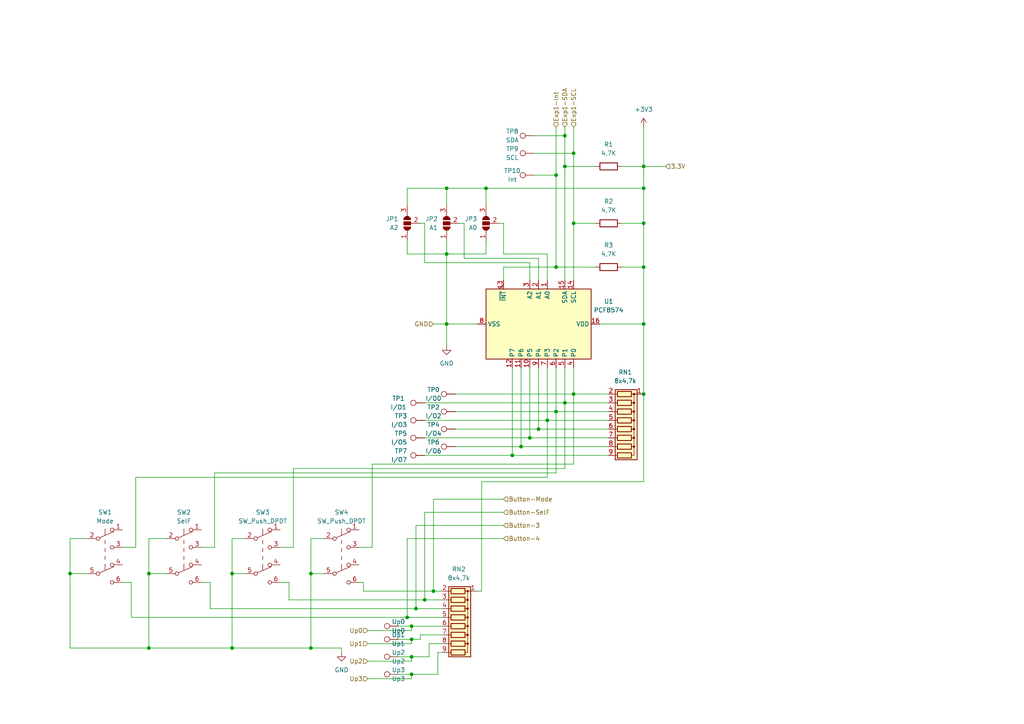
<source format=kicad_sch>
(kicad_sch (version 20211123) (generator eeschema)

  (uuid f12e87cd-793b-46b7-9689-3cb5d02ee19b)

  (paper "A4")

  (lib_symbols
    (symbol "Connector:TestPoint" (pin_numbers hide) (pin_names (offset 0.762) hide) (in_bom yes) (on_board yes)
      (property "Reference" "TP" (id 0) (at 0 6.858 0)
        (effects (font (size 1.27 1.27)))
      )
      (property "Value" "TestPoint" (id 1) (at 0 5.08 0)
        (effects (font (size 1.27 1.27)))
      )
      (property "Footprint" "" (id 2) (at 5.08 0 0)
        (effects (font (size 1.27 1.27)) hide)
      )
      (property "Datasheet" "~" (id 3) (at 5.08 0 0)
        (effects (font (size 1.27 1.27)) hide)
      )
      (property "ki_keywords" "test point tp" (id 4) (at 0 0 0)
        (effects (font (size 1.27 1.27)) hide)
      )
      (property "ki_description" "test point" (id 5) (at 0 0 0)
        (effects (font (size 1.27 1.27)) hide)
      )
      (property "ki_fp_filters" "Pin* Test*" (id 6) (at 0 0 0)
        (effects (font (size 1.27 1.27)) hide)
      )
      (symbol "TestPoint_0_1"
        (circle (center 0 3.302) (radius 0.762)
          (stroke (width 0) (type default) (color 0 0 0 0))
          (fill (type none))
        )
      )
      (symbol "TestPoint_1_1"
        (pin passive line (at 0 0 90) (length 2.54)
          (name "1" (effects (font (size 1.27 1.27))))
          (number "1" (effects (font (size 1.27 1.27))))
        )
      )
    )
    (symbol "Device:R" (pin_numbers hide) (pin_names (offset 0)) (in_bom yes) (on_board yes)
      (property "Reference" "R" (id 0) (at 2.032 0 90)
        (effects (font (size 1.27 1.27)))
      )
      (property "Value" "R" (id 1) (at 0 0 90)
        (effects (font (size 1.27 1.27)))
      )
      (property "Footprint" "" (id 2) (at -1.778 0 90)
        (effects (font (size 1.27 1.27)) hide)
      )
      (property "Datasheet" "~" (id 3) (at 0 0 0)
        (effects (font (size 1.27 1.27)) hide)
      )
      (property "ki_keywords" "R res resistor" (id 4) (at 0 0 0)
        (effects (font (size 1.27 1.27)) hide)
      )
      (property "ki_description" "Resistor" (id 5) (at 0 0 0)
        (effects (font (size 1.27 1.27)) hide)
      )
      (property "ki_fp_filters" "R_*" (id 6) (at 0 0 0)
        (effects (font (size 1.27 1.27)) hide)
      )
      (symbol "R_0_1"
        (rectangle (start -1.016 -2.54) (end 1.016 2.54)
          (stroke (width 0.254) (type default) (color 0 0 0 0))
          (fill (type none))
        )
      )
      (symbol "R_1_1"
        (pin passive line (at 0 3.81 270) (length 1.27)
          (name "~" (effects (font (size 1.27 1.27))))
          (number "1" (effects (font (size 1.27 1.27))))
        )
        (pin passive line (at 0 -3.81 90) (length 1.27)
          (name "~" (effects (font (size 1.27 1.27))))
          (number "2" (effects (font (size 1.27 1.27))))
        )
      )
    )
    (symbol "Device:R_Network08" (pin_names (offset 0) hide) (in_bom yes) (on_board yes)
      (property "Reference" "RN" (id 0) (at -12.7 0 90)
        (effects (font (size 1.27 1.27)))
      )
      (property "Value" "R_Network08" (id 1) (at 10.16 0 90)
        (effects (font (size 1.27 1.27)))
      )
      (property "Footprint" "Resistor_THT:R_Array_SIP9" (id 2) (at 12.065 0 90)
        (effects (font (size 1.27 1.27)) hide)
      )
      (property "Datasheet" "http://www.vishay.com/docs/31509/csc.pdf" (id 3) (at 0 0 0)
        (effects (font (size 1.27 1.27)) hide)
      )
      (property "ki_keywords" "R network star-topology" (id 4) (at 0 0 0)
        (effects (font (size 1.27 1.27)) hide)
      )
      (property "ki_description" "8 resistor network, star topology, bussed resistors, small symbol" (id 5) (at 0 0 0)
        (effects (font (size 1.27 1.27)) hide)
      )
      (property "ki_fp_filters" "R?Array?SIP*" (id 6) (at 0 0 0)
        (effects (font (size 1.27 1.27)) hide)
      )
      (symbol "R_Network08_0_1"
        (rectangle (start -11.43 -3.175) (end 8.89 3.175)
          (stroke (width 0.254) (type default) (color 0 0 0 0))
          (fill (type background))
        )
        (rectangle (start -10.922 1.524) (end -9.398 -2.54)
          (stroke (width 0.254) (type default) (color 0 0 0 0))
          (fill (type none))
        )
        (circle (center -10.16 2.286) (radius 0.254)
          (stroke (width 0) (type default) (color 0 0 0 0))
          (fill (type outline))
        )
        (rectangle (start -8.382 1.524) (end -6.858 -2.54)
          (stroke (width 0.254) (type default) (color 0 0 0 0))
          (fill (type none))
        )
        (circle (center -7.62 2.286) (radius 0.254)
          (stroke (width 0) (type default) (color 0 0 0 0))
          (fill (type outline))
        )
        (rectangle (start -5.842 1.524) (end -4.318 -2.54)
          (stroke (width 0.254) (type default) (color 0 0 0 0))
          (fill (type none))
        )
        (circle (center -5.08 2.286) (radius 0.254)
          (stroke (width 0) (type default) (color 0 0 0 0))
          (fill (type outline))
        )
        (rectangle (start -3.302 1.524) (end -1.778 -2.54)
          (stroke (width 0.254) (type default) (color 0 0 0 0))
          (fill (type none))
        )
        (circle (center -2.54 2.286) (radius 0.254)
          (stroke (width 0) (type default) (color 0 0 0 0))
          (fill (type outline))
        )
        (rectangle (start -0.762 1.524) (end 0.762 -2.54)
          (stroke (width 0.254) (type default) (color 0 0 0 0))
          (fill (type none))
        )
        (polyline
          (pts
            (xy -10.16 -2.54)
            (xy -10.16 -3.81)
          )
          (stroke (width 0) (type default) (color 0 0 0 0))
          (fill (type none))
        )
        (polyline
          (pts
            (xy -7.62 -2.54)
            (xy -7.62 -3.81)
          )
          (stroke (width 0) (type default) (color 0 0 0 0))
          (fill (type none))
        )
        (polyline
          (pts
            (xy -5.08 -2.54)
            (xy -5.08 -3.81)
          )
          (stroke (width 0) (type default) (color 0 0 0 0))
          (fill (type none))
        )
        (polyline
          (pts
            (xy -2.54 -2.54)
            (xy -2.54 -3.81)
          )
          (stroke (width 0) (type default) (color 0 0 0 0))
          (fill (type none))
        )
        (polyline
          (pts
            (xy 0 -2.54)
            (xy 0 -3.81)
          )
          (stroke (width 0) (type default) (color 0 0 0 0))
          (fill (type none))
        )
        (polyline
          (pts
            (xy 2.54 -2.54)
            (xy 2.54 -3.81)
          )
          (stroke (width 0) (type default) (color 0 0 0 0))
          (fill (type none))
        )
        (polyline
          (pts
            (xy 5.08 -2.54)
            (xy 5.08 -3.81)
          )
          (stroke (width 0) (type default) (color 0 0 0 0))
          (fill (type none))
        )
        (polyline
          (pts
            (xy 7.62 -2.54)
            (xy 7.62 -3.81)
          )
          (stroke (width 0) (type default) (color 0 0 0 0))
          (fill (type none))
        )
        (polyline
          (pts
            (xy -10.16 1.524)
            (xy -10.16 2.286)
            (xy -7.62 2.286)
            (xy -7.62 1.524)
          )
          (stroke (width 0) (type default) (color 0 0 0 0))
          (fill (type none))
        )
        (polyline
          (pts
            (xy -7.62 1.524)
            (xy -7.62 2.286)
            (xy -5.08 2.286)
            (xy -5.08 1.524)
          )
          (stroke (width 0) (type default) (color 0 0 0 0))
          (fill (type none))
        )
        (polyline
          (pts
            (xy -5.08 1.524)
            (xy -5.08 2.286)
            (xy -2.54 2.286)
            (xy -2.54 1.524)
          )
          (stroke (width 0) (type default) (color 0 0 0 0))
          (fill (type none))
        )
        (polyline
          (pts
            (xy -2.54 1.524)
            (xy -2.54 2.286)
            (xy 0 2.286)
            (xy 0 1.524)
          )
          (stroke (width 0) (type default) (color 0 0 0 0))
          (fill (type none))
        )
        (polyline
          (pts
            (xy 0 1.524)
            (xy 0 2.286)
            (xy 2.54 2.286)
            (xy 2.54 1.524)
          )
          (stroke (width 0) (type default) (color 0 0 0 0))
          (fill (type none))
        )
        (polyline
          (pts
            (xy 2.54 1.524)
            (xy 2.54 2.286)
            (xy 5.08 2.286)
            (xy 5.08 1.524)
          )
          (stroke (width 0) (type default) (color 0 0 0 0))
          (fill (type none))
        )
        (polyline
          (pts
            (xy 5.08 1.524)
            (xy 5.08 2.286)
            (xy 7.62 2.286)
            (xy 7.62 1.524)
          )
          (stroke (width 0) (type default) (color 0 0 0 0))
          (fill (type none))
        )
        (circle (center 0 2.286) (radius 0.254)
          (stroke (width 0) (type default) (color 0 0 0 0))
          (fill (type outline))
        )
        (rectangle (start 1.778 1.524) (end 3.302 -2.54)
          (stroke (width 0.254) (type default) (color 0 0 0 0))
          (fill (type none))
        )
        (circle (center 2.54 2.286) (radius 0.254)
          (stroke (width 0) (type default) (color 0 0 0 0))
          (fill (type outline))
        )
        (rectangle (start 4.318 1.524) (end 5.842 -2.54)
          (stroke (width 0.254) (type default) (color 0 0 0 0))
          (fill (type none))
        )
        (circle (center 5.08 2.286) (radius 0.254)
          (stroke (width 0) (type default) (color 0 0 0 0))
          (fill (type outline))
        )
        (rectangle (start 6.858 1.524) (end 8.382 -2.54)
          (stroke (width 0.254) (type default) (color 0 0 0 0))
          (fill (type none))
        )
      )
      (symbol "R_Network08_1_1"
        (pin passive line (at -10.16 5.08 270) (length 2.54)
          (name "common" (effects (font (size 1.27 1.27))))
          (number "1" (effects (font (size 1.27 1.27))))
        )
        (pin passive line (at -10.16 -5.08 90) (length 1.27)
          (name "R1" (effects (font (size 1.27 1.27))))
          (number "2" (effects (font (size 1.27 1.27))))
        )
        (pin passive line (at -7.62 -5.08 90) (length 1.27)
          (name "R2" (effects (font (size 1.27 1.27))))
          (number "3" (effects (font (size 1.27 1.27))))
        )
        (pin passive line (at -5.08 -5.08 90) (length 1.27)
          (name "R3" (effects (font (size 1.27 1.27))))
          (number "4" (effects (font (size 1.27 1.27))))
        )
        (pin passive line (at -2.54 -5.08 90) (length 1.27)
          (name "R4" (effects (font (size 1.27 1.27))))
          (number "5" (effects (font (size 1.27 1.27))))
        )
        (pin passive line (at 0 -5.08 90) (length 1.27)
          (name "R5" (effects (font (size 1.27 1.27))))
          (number "6" (effects (font (size 1.27 1.27))))
        )
        (pin passive line (at 2.54 -5.08 90) (length 1.27)
          (name "R6" (effects (font (size 1.27 1.27))))
          (number "7" (effects (font (size 1.27 1.27))))
        )
        (pin passive line (at 5.08 -5.08 90) (length 1.27)
          (name "R7" (effects (font (size 1.27 1.27))))
          (number "8" (effects (font (size 1.27 1.27))))
        )
        (pin passive line (at 7.62 -5.08 90) (length 1.27)
          (name "R8" (effects (font (size 1.27 1.27))))
          (number "9" (effects (font (size 1.27 1.27))))
        )
      )
    )
    (symbol "Interface_Expansion:PCF8574" (in_bom yes) (on_board yes)
      (property "Reference" "U" (id 0) (at -8.89 16.51 0)
        (effects (font (size 1.27 1.27)) (justify left))
      )
      (property "Value" "PCF8574" (id 1) (at 2.54 16.51 0)
        (effects (font (size 1.27 1.27)) (justify left))
      )
      (property "Footprint" "" (id 2) (at 0 0 0)
        (effects (font (size 1.27 1.27)) hide)
      )
      (property "Datasheet" "http://www.nxp.com/documents/data_sheet/PCF8574_PCF8574A.pdf" (id 3) (at 0 0 0)
        (effects (font (size 1.27 1.27)) hide)
      )
      (property "ki_keywords" "I2C Expander" (id 4) (at 0 0 0)
        (effects (font (size 1.27 1.27)) hide)
      )
      (property "ki_description" "8 Bit Port/Expander to I2C Bus, DIP/SOIC-16" (id 5) (at 0 0 0)
        (effects (font (size 1.27 1.27)) hide)
      )
      (property "ki_fp_filters" "DIP*W7.62mm* SOIC*7.5x10.3mm*P1.27mm*" (id 6) (at 0 0 0)
        (effects (font (size 1.27 1.27)) hide)
      )
      (symbol "PCF8574_0_1"
        (rectangle (start -10.16 15.24) (end 10.16 -15.24)
          (stroke (width 0.254) (type default) (color 0 0 0 0))
          (fill (type background))
        )
      )
      (symbol "PCF8574_1_1"
        (pin input line (at -12.7 2.54 0) (length 2.54)
          (name "A0" (effects (font (size 1.27 1.27))))
          (number "1" (effects (font (size 1.27 1.27))))
        )
        (pin bidirectional line (at 12.7 -2.54 180) (length 2.54)
          (name "P5" (effects (font (size 1.27 1.27))))
          (number "10" (effects (font (size 1.27 1.27))))
        )
        (pin bidirectional line (at 12.7 -5.08 180) (length 2.54)
          (name "P6" (effects (font (size 1.27 1.27))))
          (number "11" (effects (font (size 1.27 1.27))))
        )
        (pin bidirectional line (at 12.7 -7.62 180) (length 2.54)
          (name "P7" (effects (font (size 1.27 1.27))))
          (number "12" (effects (font (size 1.27 1.27))))
        )
        (pin open_collector output_low (at -12.7 -10.16 0) (length 2.54)
          (name "~{INT}" (effects (font (size 1.27 1.27))))
          (number "13" (effects (font (size 1.27 1.27))))
        )
        (pin input line (at -12.7 10.16 0) (length 2.54)
          (name "SCL" (effects (font (size 1.27 1.27))))
          (number "14" (effects (font (size 1.27 1.27))))
        )
        (pin bidirectional line (at -12.7 7.62 0) (length 2.54)
          (name "SDA" (effects (font (size 1.27 1.27))))
          (number "15" (effects (font (size 1.27 1.27))))
        )
        (pin power_in line (at 0 17.78 270) (length 2.54)
          (name "VDD" (effects (font (size 1.27 1.27))))
          (number "16" (effects (font (size 1.27 1.27))))
        )
        (pin input line (at -12.7 0 0) (length 2.54)
          (name "A1" (effects (font (size 1.27 1.27))))
          (number "2" (effects (font (size 1.27 1.27))))
        )
        (pin input line (at -12.7 -2.54 0) (length 2.54)
          (name "A2" (effects (font (size 1.27 1.27))))
          (number "3" (effects (font (size 1.27 1.27))))
        )
        (pin bidirectional line (at 12.7 10.16 180) (length 2.54)
          (name "P0" (effects (font (size 1.27 1.27))))
          (number "4" (effects (font (size 1.27 1.27))))
        )
        (pin bidirectional line (at 12.7 7.62 180) (length 2.54)
          (name "P1" (effects (font (size 1.27 1.27))))
          (number "5" (effects (font (size 1.27 1.27))))
        )
        (pin bidirectional line (at 12.7 5.08 180) (length 2.54)
          (name "P2" (effects (font (size 1.27 1.27))))
          (number "6" (effects (font (size 1.27 1.27))))
        )
        (pin bidirectional line (at 12.7 2.54 180) (length 2.54)
          (name "P3" (effects (font (size 1.27 1.27))))
          (number "7" (effects (font (size 1.27 1.27))))
        )
        (pin power_in line (at 0 -17.78 90) (length 2.54)
          (name "VSS" (effects (font (size 1.27 1.27))))
          (number "8" (effects (font (size 1.27 1.27))))
        )
        (pin bidirectional line (at 12.7 0 180) (length 2.54)
          (name "P4" (effects (font (size 1.27 1.27))))
          (number "9" (effects (font (size 1.27 1.27))))
        )
      )
    )
    (symbol "Jumper:SolderJumper_3_Open" (pin_names (offset 0) hide) (in_bom yes) (on_board yes)
      (property "Reference" "JP" (id 0) (at -2.54 -2.54 0)
        (effects (font (size 1.27 1.27)))
      )
      (property "Value" "SolderJumper_3_Open" (id 1) (at 0 2.794 0)
        (effects (font (size 1.27 1.27)))
      )
      (property "Footprint" "" (id 2) (at 0 0 0)
        (effects (font (size 1.27 1.27)) hide)
      )
      (property "Datasheet" "~" (id 3) (at 0 0 0)
        (effects (font (size 1.27 1.27)) hide)
      )
      (property "ki_keywords" "Solder Jumper SPDT" (id 4) (at 0 0 0)
        (effects (font (size 1.27 1.27)) hide)
      )
      (property "ki_description" "Solder Jumper, 3-pole, open" (id 5) (at 0 0 0)
        (effects (font (size 1.27 1.27)) hide)
      )
      (property "ki_fp_filters" "SolderJumper*Open*" (id 6) (at 0 0 0)
        (effects (font (size 1.27 1.27)) hide)
      )
      (symbol "SolderJumper_3_Open_0_1"
        (arc (start -1.016 1.016) (mid -2.032 0) (end -1.016 -1.016)
          (stroke (width 0) (type default) (color 0 0 0 0))
          (fill (type none))
        )
        (arc (start -1.016 1.016) (mid -2.032 0) (end -1.016 -1.016)
          (stroke (width 0) (type default) (color 0 0 0 0))
          (fill (type outline))
        )
        (rectangle (start -0.508 1.016) (end 0.508 -1.016)
          (stroke (width 0) (type default) (color 0 0 0 0))
          (fill (type outline))
        )
        (polyline
          (pts
            (xy -2.54 0)
            (xy -2.032 0)
          )
          (stroke (width 0) (type default) (color 0 0 0 0))
          (fill (type none))
        )
        (polyline
          (pts
            (xy -1.016 1.016)
            (xy -1.016 -1.016)
          )
          (stroke (width 0) (type default) (color 0 0 0 0))
          (fill (type none))
        )
        (polyline
          (pts
            (xy 0 -1.27)
            (xy 0 -1.016)
          )
          (stroke (width 0) (type default) (color 0 0 0 0))
          (fill (type none))
        )
        (polyline
          (pts
            (xy 1.016 1.016)
            (xy 1.016 -1.016)
          )
          (stroke (width 0) (type default) (color 0 0 0 0))
          (fill (type none))
        )
        (polyline
          (pts
            (xy 2.54 0)
            (xy 2.032 0)
          )
          (stroke (width 0) (type default) (color 0 0 0 0))
          (fill (type none))
        )
        (arc (start 1.016 -1.016) (mid 2.032 0) (end 1.016 1.016)
          (stroke (width 0) (type default) (color 0 0 0 0))
          (fill (type none))
        )
        (arc (start 1.016 -1.016) (mid 2.032 0) (end 1.016 1.016)
          (stroke (width 0) (type default) (color 0 0 0 0))
          (fill (type outline))
        )
      )
      (symbol "SolderJumper_3_Open_1_1"
        (pin passive line (at -5.08 0 0) (length 2.54)
          (name "A" (effects (font (size 1.27 1.27))))
          (number "1" (effects (font (size 1.27 1.27))))
        )
        (pin input line (at 0 -3.81 90) (length 2.54)
          (name "C" (effects (font (size 1.27 1.27))))
          (number "2" (effects (font (size 1.27 1.27))))
        )
        (pin passive line (at 5.08 0 180) (length 2.54)
          (name "B" (effects (font (size 1.27 1.27))))
          (number "3" (effects (font (size 1.27 1.27))))
        )
      )
    )
    (symbol "Switch:SW_Push_DPDT" (pin_names (offset 0) hide) (in_bom yes) (on_board yes)
      (property "Reference" "SW" (id 0) (at 0 8.89 0)
        (effects (font (size 1.27 1.27)))
      )
      (property "Value" "SW_Push_DPDT" (id 1) (at 0 -10.16 0)
        (effects (font (size 1.27 1.27)))
      )
      (property "Footprint" "" (id 2) (at 0 5.08 0)
        (effects (font (size 1.27 1.27)) hide)
      )
      (property "Datasheet" "~" (id 3) (at 0 5.08 0)
        (effects (font (size 1.27 1.27)) hide)
      )
      (property "ki_keywords" "switch dual-pole double-throw spdt ON-ON" (id 4) (at 0 0 0)
        (effects (font (size 1.27 1.27)) hide)
      )
      (property "ki_description" "Momentary Switch, dual pole double throw" (id 5) (at 0 0 0)
        (effects (font (size 1.27 1.27)) hide)
      )
      (symbol "SW_Push_DPDT_0_0"
        (circle (center -2.032 -5.08) (radius 0.508)
          (stroke (width 0) (type default) (color 0 0 0 0))
          (fill (type none))
        )
        (circle (center -2.032 5.08) (radius 0.508)
          (stroke (width 0) (type default) (color 0 0 0 0))
          (fill (type none))
        )
        (circle (center 2.032 -7.62) (radius 0.508)
          (stroke (width 0) (type default) (color 0 0 0 0))
          (fill (type none))
        )
        (circle (center 2.032 2.54) (radius 0.508)
          (stroke (width 0) (type default) (color 0 0 0 0))
          (fill (type none))
        )
      )
      (symbol "SW_Push_DPDT_0_1"
        (polyline
          (pts
            (xy -1.524 -4.826)
            (xy 2.54 -3.048)
          )
          (stroke (width 0) (type default) (color 0 0 0 0))
          (fill (type none))
        )
        (polyline
          (pts
            (xy -1.524 5.334)
            (xy 2.54 7.112)
          )
          (stroke (width 0) (type default) (color 0 0 0 0))
          (fill (type none))
        )
        (polyline
          (pts
            (xy 0 -2.286)
            (xy 0 -4.064)
          )
          (stroke (width 0) (type default) (color 0 0 0 0))
          (fill (type none))
        )
        (polyline
          (pts
            (xy 0 -1.016)
            (xy 0 0)
          )
          (stroke (width 0) (type default) (color 0 0 0 0))
          (fill (type none))
        )
        (polyline
          (pts
            (xy 0 1.27)
            (xy 0 2.286)
          )
          (stroke (width 0) (type default) (color 0 0 0 0))
          (fill (type none))
        )
        (polyline
          (pts
            (xy 0 3.556)
            (xy 0 4.572)
          )
          (stroke (width 0) (type default) (color 0 0 0 0))
          (fill (type none))
        )
        (polyline
          (pts
            (xy 0 7.874)
            (xy 0 6.096)
          )
          (stroke (width 0) (type default) (color 0 0 0 0))
          (fill (type none))
        )
        (circle (center 2.032 -2.54) (radius 0.508)
          (stroke (width 0) (type default) (color 0 0 0 0))
          (fill (type none))
        )
        (circle (center 2.032 7.62) (radius 0.508)
          (stroke (width 0) (type default) (color 0 0 0 0))
          (fill (type none))
        )
      )
      (symbol "SW_Push_DPDT_1_1"
        (pin passive line (at 5.08 7.62 180) (length 2.54)
          (name "A" (effects (font (size 1.27 1.27))))
          (number "1" (effects (font (size 1.27 1.27))))
        )
        (pin passive line (at -5.08 5.08 0) (length 2.54)
          (name "B" (effects (font (size 1.27 1.27))))
          (number "2" (effects (font (size 1.27 1.27))))
        )
        (pin passive line (at 5.08 2.54 180) (length 2.54)
          (name "C" (effects (font (size 1.27 1.27))))
          (number "3" (effects (font (size 1.27 1.27))))
        )
        (pin passive line (at 5.08 -2.54 180) (length 2.54)
          (name "A" (effects (font (size 1.27 1.27))))
          (number "4" (effects (font (size 1.27 1.27))))
        )
        (pin passive line (at -5.08 -5.08 0) (length 2.54)
          (name "B" (effects (font (size 1.27 1.27))))
          (number "5" (effects (font (size 1.27 1.27))))
        )
        (pin passive line (at 5.08 -7.62 180) (length 2.54)
          (name "C" (effects (font (size 1.27 1.27))))
          (number "6" (effects (font (size 1.27 1.27))))
        )
      )
    )
    (symbol "power:+3.3V" (power) (pin_names (offset 0)) (in_bom yes) (on_board yes)
      (property "Reference" "#PWR" (id 0) (at 0 -3.81 0)
        (effects (font (size 1.27 1.27)) hide)
      )
      (property "Value" "+3.3V" (id 1) (at 0 3.556 0)
        (effects (font (size 1.27 1.27)))
      )
      (property "Footprint" "" (id 2) (at 0 0 0)
        (effects (font (size 1.27 1.27)) hide)
      )
      (property "Datasheet" "" (id 3) (at 0 0 0)
        (effects (font (size 1.27 1.27)) hide)
      )
      (property "ki_keywords" "power-flag" (id 4) (at 0 0 0)
        (effects (font (size 1.27 1.27)) hide)
      )
      (property "ki_description" "Power symbol creates a global label with name \"+3.3V\"" (id 5) (at 0 0 0)
        (effects (font (size 1.27 1.27)) hide)
      )
      (symbol "+3.3V_0_1"
        (polyline
          (pts
            (xy -0.762 1.27)
            (xy 0 2.54)
          )
          (stroke (width 0) (type default) (color 0 0 0 0))
          (fill (type none))
        )
        (polyline
          (pts
            (xy 0 0)
            (xy 0 2.54)
          )
          (stroke (width 0) (type default) (color 0 0 0 0))
          (fill (type none))
        )
        (polyline
          (pts
            (xy 0 2.54)
            (xy 0.762 1.27)
          )
          (stroke (width 0) (type default) (color 0 0 0 0))
          (fill (type none))
        )
      )
      (symbol "+3.3V_1_1"
        (pin power_in line (at 0 0 90) (length 0) hide
          (name "+3V3" (effects (font (size 1.27 1.27))))
          (number "1" (effects (font (size 1.27 1.27))))
        )
      )
    )
    (symbol "power:GND" (power) (pin_names (offset 0)) (in_bom yes) (on_board yes)
      (property "Reference" "#PWR" (id 0) (at 0 -6.35 0)
        (effects (font (size 1.27 1.27)) hide)
      )
      (property "Value" "GND" (id 1) (at 0 -3.81 0)
        (effects (font (size 1.27 1.27)))
      )
      (property "Footprint" "" (id 2) (at 0 0 0)
        (effects (font (size 1.27 1.27)) hide)
      )
      (property "Datasheet" "" (id 3) (at 0 0 0)
        (effects (font (size 1.27 1.27)) hide)
      )
      (property "ki_keywords" "power-flag" (id 4) (at 0 0 0)
        (effects (font (size 1.27 1.27)) hide)
      )
      (property "ki_description" "Power symbol creates a global label with name \"GND\" , ground" (id 5) (at 0 0 0)
        (effects (font (size 1.27 1.27)) hide)
      )
      (symbol "GND_0_1"
        (polyline
          (pts
            (xy 0 0)
            (xy 0 -1.27)
            (xy 1.27 -1.27)
            (xy 0 -2.54)
            (xy -1.27 -1.27)
            (xy 0 -1.27)
          )
          (stroke (width 0) (type default) (color 0 0 0 0))
          (fill (type none))
        )
      )
      (symbol "GND_1_1"
        (pin power_in line (at 0 0 270) (length 0) hide
          (name "GND" (effects (font (size 1.27 1.27))))
          (number "1" (effects (font (size 1.27 1.27))))
        )
      )
    )
  )

  (junction (at 90.17 187.96) (diameter 0) (color 0 0 0 0)
    (uuid 02cbb493-2338-4642-b3ab-c13f352925b5)
  )
  (junction (at 148.59 132.08) (diameter 0) (color 0 0 0 0)
    (uuid 0394dc21-aba0-43ca-ab92-6beb5f4cb0c0)
  )
  (junction (at 43.18 166.37) (diameter 0) (color 0 0 0 0)
    (uuid 08f2a466-1388-4b1d-9bb9-f14695f27a1b)
  )
  (junction (at 119.38 190.5) (diameter 0) (color 0 0 0 0)
    (uuid 0ff9b227-0bcb-4bda-9065-85195e7aec51)
  )
  (junction (at 186.69 77.47) (diameter 0) (color 0 0 0 0)
    (uuid 12bc92ba-7cd2-4345-8702-765f4fd7aae1)
  )
  (junction (at 67.31 187.96) (diameter 0) (color 0 0 0 0)
    (uuid 251d8311-67e9-40f4-ba87-d23e38ed8c0c)
  )
  (junction (at 161.29 119.38) (diameter 0) (color 0 0 0 0)
    (uuid 28946128-7903-4e5b-8579-45c71e3b2ab2)
  )
  (junction (at 156.21 124.46) (diameter 0) (color 0 0 0 0)
    (uuid 29003918-694c-4ead-a1b4-d1ee2e0f98c3)
  )
  (junction (at 161.29 77.47) (diameter 0) (color 0 0 0 0)
    (uuid 2b9c857e-9ff8-40e9-9971-85050a591fff)
  )
  (junction (at 123.19 173.99) (diameter 0) (color 0 0 0 0)
    (uuid 3879eb78-8947-482a-9bba-9f5628c22867)
  )
  (junction (at 119.38 195.58) (diameter 0) (color 0 0 0 0)
    (uuid 56e81103-8006-48a1-9f06-1e42b753ae1a)
  )
  (junction (at 90.17 166.37) (diameter 0) (color 0 0 0 0)
    (uuid 5f01b5d3-53fc-4558-a91c-5fec91103684)
  )
  (junction (at 119.38 181.61) (diameter 0) (color 0 0 0 0)
    (uuid 636150ae-90ec-4635-a5d8-cbc3705f4ab2)
  )
  (junction (at 166.37 64.77) (diameter 0) (color 0 0 0 0)
    (uuid 64b5398f-dc77-40b4-a17b-584bda1b6841)
  )
  (junction (at 118.11 179.07) (diameter 0) (color 0 0 0 0)
    (uuid 69ab50a2-e723-43c3-93b0-b33d3053d780)
  )
  (junction (at 20.32 166.37) (diameter 0) (color 0 0 0 0)
    (uuid 69caf63f-8c5f-4dd4-88b8-a7f843389aab)
  )
  (junction (at 153.67 127) (diameter 0) (color 0 0 0 0)
    (uuid 731667e7-7cab-4817-b4d0-0ba696d5780b)
  )
  (junction (at 129.54 54.61) (diameter 0) (color 0 0 0 0)
    (uuid 7ceb4ae3-1942-43cd-ad86-39b25c55dc9d)
  )
  (junction (at 163.83 48.26) (diameter 0) (color 0 0 0 0)
    (uuid 812b0636-553b-4e8f-b0a1-50b5995e28d4)
  )
  (junction (at 166.37 44.45) (diameter 0) (color 0 0 0 0)
    (uuid 89dc7f23-ac8d-4ccf-a836-107fd80333da)
  )
  (junction (at 129.54 73.66) (diameter 0) (color 0 0 0 0)
    (uuid 8feb7200-0f78-4fb5-bc5b-6a3753c86af7)
  )
  (junction (at 129.54 93.98) (diameter 0) (color 0 0 0 0)
    (uuid 90bc249a-37fd-47c3-9462-cc7e260bdb10)
  )
  (junction (at 161.29 50.8) (diameter 0) (color 0 0 0 0)
    (uuid 9335d964-cb3a-4afd-aa6c-1e48243cdc74)
  )
  (junction (at 140.97 54.61) (diameter 0) (color 0 0 0 0)
    (uuid 991f0a2b-478a-45ff-8ff1-e68aaa566c2c)
  )
  (junction (at 120.65 176.53) (diameter 0) (color 0 0 0 0)
    (uuid 9c386107-fc77-4805-b224-6936d6ff85d1)
  )
  (junction (at 163.83 116.84) (diameter 0) (color 0 0 0 0)
    (uuid 9de2176d-3a3e-4dd8-806c-1cac67b3a898)
  )
  (junction (at 186.69 54.61) (diameter 0) (color 0 0 0 0)
    (uuid 9f8b9b05-85d9-4d42-a272-b833f8f71b44)
  )
  (junction (at 186.69 48.26) (diameter 0) (color 0 0 0 0)
    (uuid a36399ad-ceeb-4f74-af38-3845225fb3ea)
  )
  (junction (at 158.75 121.92) (diameter 0) (color 0 0 0 0)
    (uuid a58f6d7d-7457-44b7-9784-59d730fc92fa)
  )
  (junction (at 43.18 187.96) (diameter 0) (color 0 0 0 0)
    (uuid b648ebb7-7ae3-48e5-8a67-e984b38e5809)
  )
  (junction (at 163.83 39.37) (diameter 0) (color 0 0 0 0)
    (uuid b740cfb1-1a44-4fd8-8dee-323a3de236b5)
  )
  (junction (at 186.69 114.3) (diameter 0) (color 0 0 0 0)
    (uuid ba1d5444-b4dc-45bb-b8be-2cfd8fdb780f)
  )
  (junction (at 119.38 185.42) (diameter 0) (color 0 0 0 0)
    (uuid d528b06e-f7a7-4d30-86bb-353edde27011)
  )
  (junction (at 125.73 171.45) (diameter 0) (color 0 0 0 0)
    (uuid dad62ea8-5fb4-4520-8701-d695896cd6e3)
  )
  (junction (at 67.31 166.37) (diameter 0) (color 0 0 0 0)
    (uuid ddc6a8c9-e126-446a-b099-482e15333745)
  )
  (junction (at 166.37 114.3) (diameter 0) (color 0 0 0 0)
    (uuid de76f25a-534f-4e6b-b997-227128a4321f)
  )
  (junction (at 186.69 64.77) (diameter 0) (color 0 0 0 0)
    (uuid df5b27e7-d0ac-4ca5-a6cb-fefd59851561)
  )
  (junction (at 186.69 93.98) (diameter 0) (color 0 0 0 0)
    (uuid f31a6451-3b35-47f1-9692-e810de569651)
  )
  (junction (at 151.13 129.54) (diameter 0) (color 0 0 0 0)
    (uuid fa38241d-d667-4826-93c6-e54257dbb0ee)
  )

  (wire (pts (xy 62.23 137.16) (xy 161.29 137.16))
    (stroke (width 0) (type default) (color 0 0 0 0))
    (uuid 028984d1-a6c0-49c1-aa0a-381dc5f92fa5)
  )
  (wire (pts (xy 106.68 186.69) (xy 119.38 186.69))
    (stroke (width 0) (type default) (color 0 0 0 0))
    (uuid 029d7b33-b4ae-4dcb-8140-cd2111d99054)
  )
  (wire (pts (xy 115.57 195.58) (xy 119.38 195.58))
    (stroke (width 0) (type default) (color 0 0 0 0))
    (uuid 03cbb5c8-a446-4e04-b7fe-fd479208abdb)
  )
  (wire (pts (xy 166.37 134.62) (xy 166.37 114.3))
    (stroke (width 0) (type default) (color 0 0 0 0))
    (uuid 042d212d-ea55-4f98-a65a-b68d369af1a4)
  )
  (wire (pts (xy 48.26 156.21) (xy 43.18 156.21))
    (stroke (width 0) (type default) (color 0 0 0 0))
    (uuid 06bb0a1f-08af-4012-b6ca-b8d296489a46)
  )
  (wire (pts (xy 58.42 158.75) (xy 62.23 158.75))
    (stroke (width 0) (type default) (color 0 0 0 0))
    (uuid 08cbaf8a-6b9f-46e4-b1c3-d75907c24158)
  )
  (wire (pts (xy 151.13 129.54) (xy 176.53 129.54))
    (stroke (width 0) (type default) (color 0 0 0 0))
    (uuid 0a4529b1-120d-49db-a80e-79d39e70c730)
  )
  (wire (pts (xy 153.67 106.68) (xy 153.67 127))
    (stroke (width 0) (type default) (color 0 0 0 0))
    (uuid 0c0aae3e-830c-44cb-b467-af353ddd1bd3)
  )
  (wire (pts (xy 158.75 138.43) (xy 158.75 121.92))
    (stroke (width 0) (type default) (color 0 0 0 0))
    (uuid 0d45b4ab-f093-417e-9141-b8f191be13c6)
  )
  (wire (pts (xy 125.73 93.98) (xy 129.54 93.98))
    (stroke (width 0) (type default) (color 0 0 0 0))
    (uuid 0ebbf996-0be1-4963-80f1-6d4d31e41fd2)
  )
  (wire (pts (xy 156.21 124.46) (xy 176.53 124.46))
    (stroke (width 0) (type default) (color 0 0 0 0))
    (uuid 101b6eaf-af0e-4209-a274-ca7157d23f85)
  )
  (wire (pts (xy 127 195.58) (xy 127 189.23))
    (stroke (width 0) (type default) (color 0 0 0 0))
    (uuid 10e85a64-7939-4098-aeb0-00542c8e8ea9)
  )
  (wire (pts (xy 71.12 156.21) (xy 67.31 156.21))
    (stroke (width 0) (type default) (color 0 0 0 0))
    (uuid 1c0a95ee-38da-43ee-8895-f1b0813ba458)
  )
  (wire (pts (xy 104.14 158.75) (xy 107.95 158.75))
    (stroke (width 0) (type default) (color 0 0 0 0))
    (uuid 1eb94024-7a77-4fef-b5d5-6385196291b5)
  )
  (wire (pts (xy 166.37 64.77) (xy 172.72 64.77))
    (stroke (width 0) (type default) (color 0 0 0 0))
    (uuid 2089460c-da8d-4c59-a3f4-c4396b9a45d9)
  )
  (wire (pts (xy 123.19 64.77) (xy 123.19 76.2))
    (stroke (width 0) (type default) (color 0 0 0 0))
    (uuid 21d53bb7-425e-4dc0-9d5b-90766ff8cc80)
  )
  (wire (pts (xy 161.29 50.8) (xy 161.29 77.47))
    (stroke (width 0) (type default) (color 0 0 0 0))
    (uuid 22b2a90c-782d-4a91-b7e0-316732018a6e)
  )
  (wire (pts (xy 146.05 152.4) (xy 120.65 152.4))
    (stroke (width 0) (type default) (color 0 0 0 0))
    (uuid 24d2a8f4-83f5-480f-8025-157150dffac1)
  )
  (wire (pts (xy 90.17 156.21) (xy 90.17 166.37))
    (stroke (width 0) (type default) (color 0 0 0 0))
    (uuid 24d775ab-b531-4352-b655-61f9e1acacff)
  )
  (wire (pts (xy 60.96 168.91) (xy 60.96 176.53))
    (stroke (width 0) (type default) (color 0 0 0 0))
    (uuid 256724e4-4ecd-409a-a452-a7df2851d4cf)
  )
  (wire (pts (xy 67.31 166.37) (xy 67.31 187.96))
    (stroke (width 0) (type default) (color 0 0 0 0))
    (uuid 264a69cf-afd1-4d14-a102-74cdbc3f7a99)
  )
  (wire (pts (xy 60.96 176.53) (xy 120.65 176.53))
    (stroke (width 0) (type default) (color 0 0 0 0))
    (uuid 265b38d1-d79a-42c5-9901-83a267d8f273)
  )
  (wire (pts (xy 104.14 168.91) (xy 105.41 168.91))
    (stroke (width 0) (type default) (color 0 0 0 0))
    (uuid 296db0df-e645-4d57-a246-985ecec590fa)
  )
  (wire (pts (xy 161.29 106.68) (xy 161.29 119.38))
    (stroke (width 0) (type default) (color 0 0 0 0))
    (uuid 2aab71fb-a5ac-4c3e-9d5c-6c5d52c6e0d2)
  )
  (wire (pts (xy 158.75 121.92) (xy 176.53 121.92))
    (stroke (width 0) (type default) (color 0 0 0 0))
    (uuid 2b1812a2-9e26-403a-b6e3-76d6051a6b1b)
  )
  (wire (pts (xy 173.99 93.98) (xy 186.69 93.98))
    (stroke (width 0) (type default) (color 0 0 0 0))
    (uuid 2f3f5b11-727e-43bc-a8ae-a4a5ff1e54ca)
  )
  (wire (pts (xy 161.29 137.16) (xy 161.29 119.38))
    (stroke (width 0) (type default) (color 0 0 0 0))
    (uuid 2f5bff88-b24c-4135-9c9c-8ab39eaf3e4a)
  )
  (wire (pts (xy 38.1 179.07) (xy 118.11 179.07))
    (stroke (width 0) (type default) (color 0 0 0 0))
    (uuid 356e8f9d-3a3c-454d-92d1-4836dfbb2574)
  )
  (wire (pts (xy 132.08 129.54) (xy 151.13 129.54))
    (stroke (width 0) (type default) (color 0 0 0 0))
    (uuid 3662c3bd-ac8c-4edc-99ec-0558e6456aba)
  )
  (wire (pts (xy 180.34 48.26) (xy 186.69 48.26))
    (stroke (width 0) (type default) (color 0 0 0 0))
    (uuid 3aa5dba9-698a-429b-b5bc-746b0a7330f7)
  )
  (wire (pts (xy 106.68 191.77) (xy 119.38 191.77))
    (stroke (width 0) (type default) (color 0 0 0 0))
    (uuid 3bdf14d7-dd66-4fbf-ab30-6ce664cd4d9e)
  )
  (wire (pts (xy 154.94 39.37) (xy 163.83 39.37))
    (stroke (width 0) (type default) (color 0 0 0 0))
    (uuid 3c1f33bf-1863-457f-8c16-7cc72ec3b68a)
  )
  (wire (pts (xy 43.18 187.96) (xy 67.31 187.96))
    (stroke (width 0) (type default) (color 0 0 0 0))
    (uuid 41537db3-e5e5-4e8a-9e68-47e1a8978b82)
  )
  (wire (pts (xy 129.54 54.61) (xy 129.54 59.69))
    (stroke (width 0) (type default) (color 0 0 0 0))
    (uuid 4160be61-15e7-4cfd-bcb0-d8749fbf3047)
  )
  (wire (pts (xy 123.19 116.84) (xy 163.83 116.84))
    (stroke (width 0) (type default) (color 0 0 0 0))
    (uuid 426af15a-941d-4ec4-8888-32befd7b2fbd)
  )
  (wire (pts (xy 35.56 168.91) (xy 38.1 168.91))
    (stroke (width 0) (type default) (color 0 0 0 0))
    (uuid 45615092-43ea-4397-921f-b3fa8e42f83f)
  )
  (wire (pts (xy 146.05 148.59) (xy 123.19 148.59))
    (stroke (width 0) (type default) (color 0 0 0 0))
    (uuid 46926fdb-b2b5-4082-b995-52bf92add5ba)
  )
  (wire (pts (xy 58.42 168.91) (xy 60.96 168.91))
    (stroke (width 0) (type default) (color 0 0 0 0))
    (uuid 4793f63b-02bb-4d69-81d2-0f7a2fdfec97)
  )
  (wire (pts (xy 134.62 74.93) (xy 156.21 74.93))
    (stroke (width 0) (type default) (color 0 0 0 0))
    (uuid 4bb2fe32-0276-4922-8b52-341100702add)
  )
  (wire (pts (xy 124.46 186.69) (xy 124.46 190.5))
    (stroke (width 0) (type default) (color 0 0 0 0))
    (uuid 4c01c98a-86e4-4722-a803-378317f7ca96)
  )
  (wire (pts (xy 118.11 59.69) (xy 118.11 54.61))
    (stroke (width 0) (type default) (color 0 0 0 0))
    (uuid 4d73afef-3e12-4b64-be10-a6c5f9031031)
  )
  (wire (pts (xy 154.94 50.8) (xy 161.29 50.8))
    (stroke (width 0) (type default) (color 0 0 0 0))
    (uuid 4e24e8e8-9a5e-4064-a0bb-eabc3b8e5a93)
  )
  (wire (pts (xy 154.94 44.45) (xy 166.37 44.45))
    (stroke (width 0) (type default) (color 0 0 0 0))
    (uuid 4e846eb0-0fc3-4fd5-b3ed-220300b21d0f)
  )
  (wire (pts (xy 129.54 93.98) (xy 129.54 100.33))
    (stroke (width 0) (type default) (color 0 0 0 0))
    (uuid 4ee63312-db00-48a6-80c5-cb5982ad8393)
  )
  (wire (pts (xy 20.32 166.37) (xy 20.32 187.96))
    (stroke (width 0) (type default) (color 0 0 0 0))
    (uuid 5021a232-f5ed-46ce-8bc3-a2d7172aa8b7)
  )
  (wire (pts (xy 186.69 93.98) (xy 186.69 77.47))
    (stroke (width 0) (type default) (color 0 0 0 0))
    (uuid 53d68171-f530-440f-8ccc-6d26b222dfaf)
  )
  (wire (pts (xy 163.83 116.84) (xy 176.53 116.84))
    (stroke (width 0) (type default) (color 0 0 0 0))
    (uuid 54e92b67-37c4-456e-a849-a8c17ebf0675)
  )
  (wire (pts (xy 119.38 185.42) (xy 121.92 185.42))
    (stroke (width 0) (type default) (color 0 0 0 0))
    (uuid 55d05104-4011-4320-bac8-c913808840fc)
  )
  (wire (pts (xy 163.83 106.68) (xy 163.83 116.84))
    (stroke (width 0) (type default) (color 0 0 0 0))
    (uuid 5910ed7b-62d1-4bab-a677-438437bfd8bc)
  )
  (wire (pts (xy 186.69 139.7) (xy 139.7 139.7))
    (stroke (width 0) (type default) (color 0 0 0 0))
    (uuid 5b93220a-fdfd-400c-8d2c-792a72665c68)
  )
  (wire (pts (xy 25.4 156.21) (xy 20.32 156.21))
    (stroke (width 0) (type default) (color 0 0 0 0))
    (uuid 5c012b10-83b8-496d-af4b-de5dc92abc05)
  )
  (wire (pts (xy 163.83 36.83) (xy 163.83 39.37))
    (stroke (width 0) (type default) (color 0 0 0 0))
    (uuid 5c85b77d-769d-43f4-a7fd-dbb6677a9471)
  )
  (wire (pts (xy 35.56 158.75) (xy 39.37 158.75))
    (stroke (width 0) (type default) (color 0 0 0 0))
    (uuid 5d0804ce-7776-4936-a737-0dcc85fcf8da)
  )
  (wire (pts (xy 132.08 124.46) (xy 156.21 124.46))
    (stroke (width 0) (type default) (color 0 0 0 0))
    (uuid 64e8981c-896d-4b24-b2af-1ba5e769786a)
  )
  (wire (pts (xy 172.72 48.26) (xy 163.83 48.26))
    (stroke (width 0) (type default) (color 0 0 0 0))
    (uuid 6628d3d8-83d2-460d-98e6-b6b2da80b08c)
  )
  (wire (pts (xy 119.38 190.5) (xy 115.57 190.5))
    (stroke (width 0) (type default) (color 0 0 0 0))
    (uuid 6a523f4c-38f4-4717-803f-f5afc1f8bf50)
  )
  (wire (pts (xy 123.19 121.92) (xy 158.75 121.92))
    (stroke (width 0) (type default) (color 0 0 0 0))
    (uuid 6d3d13e6-6882-49ae-a135-698b4f8b9fe4)
  )
  (wire (pts (xy 118.11 179.07) (xy 128.27 179.07))
    (stroke (width 0) (type default) (color 0 0 0 0))
    (uuid 6d777724-18a5-429b-928d-f7a848e3805c)
  )
  (wire (pts (xy 123.19 132.08) (xy 148.59 132.08))
    (stroke (width 0) (type default) (color 0 0 0 0))
    (uuid 6db7da7f-af3b-4506-ae16-7d3c30043925)
  )
  (wire (pts (xy 119.38 186.69) (xy 119.38 185.42))
    (stroke (width 0) (type default) (color 0 0 0 0))
    (uuid 6dea8b96-8f84-4f8a-9247-b34827560b8d)
  )
  (wire (pts (xy 43.18 166.37) (xy 48.26 166.37))
    (stroke (width 0) (type default) (color 0 0 0 0))
    (uuid 6f32f875-690a-40b2-8c92-5079e3991f94)
  )
  (wire (pts (xy 161.29 119.38) (xy 176.53 119.38))
    (stroke (width 0) (type default) (color 0 0 0 0))
    (uuid 70f197f2-ecb3-44c5-b219-d454dd0891c0)
  )
  (wire (pts (xy 90.17 166.37) (xy 93.98 166.37))
    (stroke (width 0) (type default) (color 0 0 0 0))
    (uuid 751425fa-fe06-41dc-b08c-64794cd67b04)
  )
  (wire (pts (xy 186.69 93.98) (xy 186.69 114.3))
    (stroke (width 0) (type default) (color 0 0 0 0))
    (uuid 79047a07-073d-46b6-a202-1767809f7670)
  )
  (wire (pts (xy 153.67 127) (xy 176.53 127))
    (stroke (width 0) (type default) (color 0 0 0 0))
    (uuid 7939f31e-8adc-4b67-b1d0-cec7debc10fa)
  )
  (wire (pts (xy 123.19 148.59) (xy 123.19 173.99))
    (stroke (width 0) (type default) (color 0 0 0 0))
    (uuid 7a54f7a9-0f9e-497c-aca9-3d11c0300107)
  )
  (wire (pts (xy 146.05 64.77) (xy 146.05 73.66))
    (stroke (width 0) (type default) (color 0 0 0 0))
    (uuid 7aa0354e-a973-4503-aeb4-9905785fa759)
  )
  (wire (pts (xy 158.75 73.66) (xy 158.75 81.28))
    (stroke (width 0) (type default) (color 0 0 0 0))
    (uuid 7b90c860-df72-428c-a26f-e4ef7d9934a3)
  )
  (wire (pts (xy 146.05 81.28) (xy 146.05 77.47))
    (stroke (width 0) (type default) (color 0 0 0 0))
    (uuid 7ce0b7b3-350c-4417-a4a4-04a1bb6d426e)
  )
  (wire (pts (xy 67.31 187.96) (xy 90.17 187.96))
    (stroke (width 0) (type default) (color 0 0 0 0))
    (uuid 7e0437f3-7467-4ecf-95c1-f7340d17f732)
  )
  (wire (pts (xy 163.83 39.37) (xy 163.83 48.26))
    (stroke (width 0) (type default) (color 0 0 0 0))
    (uuid 7ea6ac56-aa03-4b48-923e-0b3236269420)
  )
  (wire (pts (xy 186.69 48.26) (xy 186.69 36.83))
    (stroke (width 0) (type default) (color 0 0 0 0))
    (uuid 7f1b199d-4649-4d00-aca5-e87902c18ee3)
  )
  (wire (pts (xy 119.38 181.61) (xy 119.38 182.88))
    (stroke (width 0) (type default) (color 0 0 0 0))
    (uuid 7fdfa180-8767-4231-a109-496d6255aaa6)
  )
  (wire (pts (xy 38.1 168.91) (xy 38.1 179.07))
    (stroke (width 0) (type default) (color 0 0 0 0))
    (uuid 80797d00-d998-49b4-bcae-3a05bc5b9e09)
  )
  (wire (pts (xy 166.37 36.83) (xy 166.37 44.45))
    (stroke (width 0) (type default) (color 0 0 0 0))
    (uuid 811187c6-7463-49b4-976b-a04741f09084)
  )
  (wire (pts (xy 43.18 156.21) (xy 43.18 166.37))
    (stroke (width 0) (type default) (color 0 0 0 0))
    (uuid 859c15d6-5fe7-4eed-bbbb-e1905e583281)
  )
  (wire (pts (xy 166.37 44.45) (xy 166.37 64.77))
    (stroke (width 0) (type default) (color 0 0 0 0))
    (uuid 87b33cb0-cf6b-464f-8abe-5b4b6b1aa5a9)
  )
  (wire (pts (xy 133.35 64.77) (xy 134.62 64.77))
    (stroke (width 0) (type default) (color 0 0 0 0))
    (uuid 88d36802-f42b-4227-9e15-d42f2f24e913)
  )
  (wire (pts (xy 119.38 181.61) (xy 128.27 181.61))
    (stroke (width 0) (type default) (color 0 0 0 0))
    (uuid 89296e39-8bf6-420c-a4d8-10754c519ebf)
  )
  (wire (pts (xy 146.05 144.78) (xy 125.73 144.78))
    (stroke (width 0) (type default) (color 0 0 0 0))
    (uuid 895617af-8960-462f-bceb-a012b92da8fb)
  )
  (wire (pts (xy 123.19 173.99) (xy 128.27 173.99))
    (stroke (width 0) (type default) (color 0 0 0 0))
    (uuid 89a2b22e-a6b3-4a4e-8be2-94ac4b096b3f)
  )
  (wire (pts (xy 129.54 73.66) (xy 129.54 93.98))
    (stroke (width 0) (type default) (color 0 0 0 0))
    (uuid 8ccb43a5-366f-429d-ab9d-6ffb42ac19fb)
  )
  (wire (pts (xy 163.83 48.26) (xy 163.83 81.28))
    (stroke (width 0) (type default) (color 0 0 0 0))
    (uuid 8e54e158-76fc-4c8e-a3c6-1da9e699dd0f)
  )
  (wire (pts (xy 140.97 73.66) (xy 140.97 69.85))
    (stroke (width 0) (type default) (color 0 0 0 0))
    (uuid 9035ab54-2aa1-4f35-b66f-76a6ae5543c6)
  )
  (wire (pts (xy 148.59 132.08) (xy 176.53 132.08))
    (stroke (width 0) (type default) (color 0 0 0 0))
    (uuid 92ca6dca-8979-4244-bdfe-4643537fcbeb)
  )
  (wire (pts (xy 90.17 187.96) (xy 99.06 187.96))
    (stroke (width 0) (type default) (color 0 0 0 0))
    (uuid 93a04dee-c72a-4b6d-89e5-700f5188de17)
  )
  (wire (pts (xy 120.65 152.4) (xy 120.65 176.53))
    (stroke (width 0) (type default) (color 0 0 0 0))
    (uuid 9516e45b-26e6-42d9-9c83-73e9e0d7361f)
  )
  (wire (pts (xy 186.69 77.47) (xy 186.69 64.77))
    (stroke (width 0) (type default) (color 0 0 0 0))
    (uuid 9536c60a-b676-4b07-9aa6-95c50e5aed36)
  )
  (wire (pts (xy 140.97 54.61) (xy 186.69 54.61))
    (stroke (width 0) (type default) (color 0 0 0 0))
    (uuid 97e53677-dee9-4d53-aec4-58cc599f86d2)
  )
  (wire (pts (xy 120.65 176.53) (xy 128.27 176.53))
    (stroke (width 0) (type default) (color 0 0 0 0))
    (uuid 98196b1a-06a5-4ec6-bfed-51f324bf3ce5)
  )
  (wire (pts (xy 146.05 73.66) (xy 158.75 73.66))
    (stroke (width 0) (type default) (color 0 0 0 0))
    (uuid 98e6e34a-0aba-4c31-90f7-371956d3cb12)
  )
  (wire (pts (xy 85.09 135.89) (xy 163.83 135.89))
    (stroke (width 0) (type default) (color 0 0 0 0))
    (uuid 9b7cdd25-1fb6-4588-8135-1f8452dcd543)
  )
  (wire (pts (xy 161.29 77.47) (xy 172.72 77.47))
    (stroke (width 0) (type default) (color 0 0 0 0))
    (uuid 9d8fb471-b174-4ff4-9a7e-5173091e5b3c)
  )
  (wire (pts (xy 129.54 93.98) (xy 138.43 93.98))
    (stroke (width 0) (type default) (color 0 0 0 0))
    (uuid 9e6f528b-d6a2-4883-81d7-14a2b3dc950d)
  )
  (wire (pts (xy 115.57 181.61) (xy 119.38 181.61))
    (stroke (width 0) (type default) (color 0 0 0 0))
    (uuid 9ef7b481-9931-4510-9ad6-4ada56391e81)
  )
  (wire (pts (xy 146.05 156.21) (xy 118.11 156.21))
    (stroke (width 0) (type default) (color 0 0 0 0))
    (uuid a08cac51-f915-4158-8a43-e6f4d240793d)
  )
  (wire (pts (xy 186.69 54.61) (xy 186.69 64.77))
    (stroke (width 0) (type default) (color 0 0 0 0))
    (uuid a0dedf2f-787e-4ecb-8bb3-b62bcd1d3c79)
  )
  (wire (pts (xy 62.23 137.16) (xy 62.23 158.75))
    (stroke (width 0) (type default) (color 0 0 0 0))
    (uuid a3ec4b34-9719-4890-af15-5b7593468b2a)
  )
  (wire (pts (xy 83.82 168.91) (xy 83.82 173.99))
    (stroke (width 0) (type default) (color 0 0 0 0))
    (uuid a7c05b6f-4b18-494e-a16b-c3e52e3421f1)
  )
  (wire (pts (xy 144.78 64.77) (xy 146.05 64.77))
    (stroke (width 0) (type default) (color 0 0 0 0))
    (uuid a82b3c41-7308-4f84-8427-cce823c580f8)
  )
  (wire (pts (xy 105.41 168.91) (xy 105.41 171.45))
    (stroke (width 0) (type default) (color 0 0 0 0))
    (uuid a8381859-2b52-4f8a-be8e-037d7c94ac70)
  )
  (wire (pts (xy 156.21 106.68) (xy 156.21 124.46))
    (stroke (width 0) (type default) (color 0 0 0 0))
    (uuid aacc088b-2901-4053-9010-eb52148e7f6d)
  )
  (wire (pts (xy 39.37 138.43) (xy 39.37 158.75))
    (stroke (width 0) (type default) (color 0 0 0 0))
    (uuid ab76a327-2780-4173-be18-8a33e2e9fcb8)
  )
  (wire (pts (xy 93.98 156.21) (xy 90.17 156.21))
    (stroke (width 0) (type default) (color 0 0 0 0))
    (uuid accd5b00-24a2-43b4-88e0-72cdc399bd2a)
  )
  (wire (pts (xy 124.46 190.5) (xy 119.38 190.5))
    (stroke (width 0) (type default) (color 0 0 0 0))
    (uuid adecacb7-d2dd-4313-af75-e7844acb5fa4)
  )
  (wire (pts (xy 127 189.23) (xy 128.27 189.23))
    (stroke (width 0) (type default) (color 0 0 0 0))
    (uuid b3195306-24b8-41ac-9cdf-3190a6338418)
  )
  (wire (pts (xy 166.37 114.3) (xy 176.53 114.3))
    (stroke (width 0) (type default) (color 0 0 0 0))
    (uuid b4c1b71a-c46e-4d83-86e7-123f130294a4)
  )
  (wire (pts (xy 107.95 158.75) (xy 107.95 134.62))
    (stroke (width 0) (type default) (color 0 0 0 0))
    (uuid b91c7978-7444-442c-9eb9-2c7ac93a84e6)
  )
  (wire (pts (xy 43.18 166.37) (xy 43.18 187.96))
    (stroke (width 0) (type default) (color 0 0 0 0))
    (uuid b995678e-6d15-45e6-89d3-2edcbdf514f9)
  )
  (wire (pts (xy 132.08 114.3) (xy 166.37 114.3))
    (stroke (width 0) (type default) (color 0 0 0 0))
    (uuid bb2fae56-3928-4ec8-80b4-4f0b95bdf3d0)
  )
  (wire (pts (xy 180.34 64.77) (xy 186.69 64.77))
    (stroke (width 0) (type default) (color 0 0 0 0))
    (uuid bb8accc2-7fc6-4ae1-8ce2-396db33598fe)
  )
  (wire (pts (xy 129.54 54.61) (xy 140.97 54.61))
    (stroke (width 0) (type default) (color 0 0 0 0))
    (uuid bc161a6a-6e4d-46ee-8c8d-033dfb0239f0)
  )
  (wire (pts (xy 119.38 191.77) (xy 119.38 190.5))
    (stroke (width 0) (type default) (color 0 0 0 0))
    (uuid bc95ddd3-48d1-443b-8a70-41cc89df25c1)
  )
  (wire (pts (xy 153.67 76.2) (xy 153.67 81.28))
    (stroke (width 0) (type default) (color 0 0 0 0))
    (uuid bd9ec21d-9647-44ec-86ea-3e6b11a290d9)
  )
  (wire (pts (xy 20.32 166.37) (xy 25.4 166.37))
    (stroke (width 0) (type default) (color 0 0 0 0))
    (uuid bef3af54-76cf-4ba8-b49b-0ba223e74576)
  )
  (wire (pts (xy 39.37 138.43) (xy 158.75 138.43))
    (stroke (width 0) (type default) (color 0 0 0 0))
    (uuid c0ddf2cb-3c4d-415e-a733-2c0ff6907132)
  )
  (wire (pts (xy 121.92 184.15) (xy 128.27 184.15))
    (stroke (width 0) (type default) (color 0 0 0 0))
    (uuid c1373212-8d3c-47d0-a54d-568fdd0bf0b2)
  )
  (wire (pts (xy 139.7 139.7) (xy 139.7 171.45))
    (stroke (width 0) (type default) (color 0 0 0 0))
    (uuid c69c9bb0-1247-4772-a62c-74befa91fd6f)
  )
  (wire (pts (xy 125.73 171.45) (xy 128.27 171.45))
    (stroke (width 0) (type default) (color 0 0 0 0))
    (uuid cd8a489f-8b2c-48c7-b0e3-3540609e1f32)
  )
  (wire (pts (xy 106.68 196.85) (xy 119.38 196.85))
    (stroke (width 0) (type default) (color 0 0 0 0))
    (uuid cdade160-7adc-42c6-9e5d-60659fad1139)
  )
  (wire (pts (xy 99.06 187.96) (xy 99.06 189.23))
    (stroke (width 0) (type default) (color 0 0 0 0))
    (uuid cdd4d047-9758-4b64-9ac5-1aaa6e3ca935)
  )
  (wire (pts (xy 107.95 134.62) (xy 166.37 134.62))
    (stroke (width 0) (type default) (color 0 0 0 0))
    (uuid cffa215a-86a7-4487-bef9-35c29b0d4d4f)
  )
  (wire (pts (xy 125.73 144.78) (xy 125.73 171.45))
    (stroke (width 0) (type default) (color 0 0 0 0))
    (uuid d2250a34-89ec-42a4-a8c2-3371d40cd1ad)
  )
  (wire (pts (xy 67.31 156.21) (xy 67.31 166.37))
    (stroke (width 0) (type default) (color 0 0 0 0))
    (uuid d37a5b57-2cf1-496c-9e9e-2b15eca8fb00)
  )
  (wire (pts (xy 186.69 48.26) (xy 186.69 54.61))
    (stroke (width 0) (type default) (color 0 0 0 0))
    (uuid d8d37944-a851-4b19-b730-7c04d22e6c1d)
  )
  (wire (pts (xy 85.09 158.75) (xy 85.09 135.89))
    (stroke (width 0) (type default) (color 0 0 0 0))
    (uuid d93a63e1-a7ec-4109-bc27-4d0901e39d9c)
  )
  (wire (pts (xy 118.11 54.61) (xy 129.54 54.61))
    (stroke (width 0) (type default) (color 0 0 0 0))
    (uuid dc0bde24-cfa0-4813-9bb6-d23e43b88da5)
  )
  (wire (pts (xy 140.97 54.61) (xy 140.97 59.69))
    (stroke (width 0) (type default) (color 0 0 0 0))
    (uuid dc93fb0f-6623-4cb7-ad94-bf7fce6622dd)
  )
  (wire (pts (xy 20.32 156.21) (xy 20.32 166.37))
    (stroke (width 0) (type default) (color 0 0 0 0))
    (uuid dcd8a887-d67b-466f-8f0e-9d32f6356315)
  )
  (wire (pts (xy 119.38 196.85) (xy 119.38 195.58))
    (stroke (width 0) (type default) (color 0 0 0 0))
    (uuid dd67cf08-706a-4723-849d-55b6d1e79cbe)
  )
  (wire (pts (xy 134.62 64.77) (xy 134.62 74.93))
    (stroke (width 0) (type default) (color 0 0 0 0))
    (uuid de6a072e-73ca-4713-99a8-86803391c9a3)
  )
  (wire (pts (xy 129.54 69.85) (xy 129.54 73.66))
    (stroke (width 0) (type default) (color 0 0 0 0))
    (uuid dfa6aa5b-d7ac-4fde-a4fa-536e81e3e074)
  )
  (wire (pts (xy 123.19 76.2) (xy 153.67 76.2))
    (stroke (width 0) (type default) (color 0 0 0 0))
    (uuid e1b4d2c3-6fe3-4cc5-865a-de7a45847323)
  )
  (wire (pts (xy 166.37 106.68) (xy 166.37 114.3))
    (stroke (width 0) (type default) (color 0 0 0 0))
    (uuid e2f74d9b-9dc5-4af4-9b59-59867d4d27d5)
  )
  (wire (pts (xy 90.17 166.37) (xy 90.17 187.96))
    (stroke (width 0) (type default) (color 0 0 0 0))
    (uuid e4eaae23-af53-4c9f-867e-35980c523b7a)
  )
  (wire (pts (xy 67.31 166.37) (xy 71.12 166.37))
    (stroke (width 0) (type default) (color 0 0 0 0))
    (uuid e54f8b85-3c08-454a-9d71-9f265d030878)
  )
  (wire (pts (xy 83.82 173.99) (xy 123.19 173.99))
    (stroke (width 0) (type default) (color 0 0 0 0))
    (uuid e611cb89-c713-43d1-a9e2-20cf5acbb8db)
  )
  (wire (pts (xy 139.7 171.45) (xy 138.43 171.45))
    (stroke (width 0) (type default) (color 0 0 0 0))
    (uuid e83c2d01-b1ab-4b82-8329-edfafc883178)
  )
  (wire (pts (xy 186.69 114.3) (xy 186.69 139.7))
    (stroke (width 0) (type default) (color 0 0 0 0))
    (uuid e847dae4-0ace-44ed-a5b5-09120409e0e2)
  )
  (wire (pts (xy 156.21 74.93) (xy 156.21 81.28))
    (stroke (width 0) (type default) (color 0 0 0 0))
    (uuid e9f07dc3-1c06-4043-a506-9d297402d74f)
  )
  (wire (pts (xy 180.34 77.47) (xy 186.69 77.47))
    (stroke (width 0) (type default) (color 0 0 0 0))
    (uuid eb84d4de-3112-437b-9adf-7a0d349d6381)
  )
  (wire (pts (xy 163.83 135.89) (xy 163.83 116.84))
    (stroke (width 0) (type default) (color 0 0 0 0))
    (uuid ecc0a29b-1988-42aa-aaf3-9a4e3afef900)
  )
  (wire (pts (xy 124.46 186.69) (xy 128.27 186.69))
    (stroke (width 0) (type default) (color 0 0 0 0))
    (uuid ef2bd6c0-2a35-45d9-90a3-814a35088ec3)
  )
  (wire (pts (xy 148.59 106.68) (xy 148.59 132.08))
    (stroke (width 0) (type default) (color 0 0 0 0))
    (uuid efb611b5-ecae-4900-bbc3-cdb0296efe09)
  )
  (wire (pts (xy 161.29 36.83) (xy 161.29 50.8))
    (stroke (width 0) (type default) (color 0 0 0 0))
    (uuid efbe599f-00b6-4528-abbe-2c3ca2935519)
  )
  (wire (pts (xy 106.68 182.88) (xy 119.38 182.88))
    (stroke (width 0) (type default) (color 0 0 0 0))
    (uuid f0dc670f-91d2-45d5-a1cd-97bb8dee5f33)
  )
  (wire (pts (xy 166.37 81.28) (xy 166.37 64.77))
    (stroke (width 0) (type default) (color 0 0 0 0))
    (uuid f22282a1-4b0e-4766-a4b6-a099b8643b2c)
  )
  (wire (pts (xy 151.13 106.68) (xy 151.13 129.54))
    (stroke (width 0) (type default) (color 0 0 0 0))
    (uuid f502f8ed-a0b5-4601-a6b7-d297eee2175c)
  )
  (wire (pts (xy 129.54 73.66) (xy 140.97 73.66))
    (stroke (width 0) (type default) (color 0 0 0 0))
    (uuid f630d7fb-37cb-4a89-9af8-afed7a480200)
  )
  (wire (pts (xy 118.11 156.21) (xy 118.11 179.07))
    (stroke (width 0) (type default) (color 0 0 0 0))
    (uuid f742ac31-6b12-4461-9acc-8ab83611a323)
  )
  (wire (pts (xy 20.32 187.96) (xy 43.18 187.96))
    (stroke (width 0) (type default) (color 0 0 0 0))
    (uuid f84e1d4b-b951-4c9f-b959-17312d2f8503)
  )
  (wire (pts (xy 118.11 69.85) (xy 118.11 73.66))
    (stroke (width 0) (type default) (color 0 0 0 0))
    (uuid fa4d14e9-b86f-481a-be72-9d9118655025)
  )
  (wire (pts (xy 105.41 171.45) (xy 125.73 171.45))
    (stroke (width 0) (type default) (color 0 0 0 0))
    (uuid faebd1cb-46d3-43e2-b7d4-60bd10eedd59)
  )
  (wire (pts (xy 115.57 185.42) (xy 119.38 185.42))
    (stroke (width 0) (type default) (color 0 0 0 0))
    (uuid fb9f2b1a-58be-4bbd-a289-be422e4a2db2)
  )
  (wire (pts (xy 121.92 185.42) (xy 121.92 184.15))
    (stroke (width 0) (type default) (color 0 0 0 0))
    (uuid fbdb25af-ad97-4c74-8fb5-deb257c180dd)
  )
  (wire (pts (xy 186.69 48.26) (xy 193.04 48.26))
    (stroke (width 0) (type default) (color 0 0 0 0))
    (uuid fc72c86e-68cb-4a2b-b339-1f22abde915c)
  )
  (wire (pts (xy 119.38 195.58) (xy 127 195.58))
    (stroke (width 0) (type default) (color 0 0 0 0))
    (uuid fcb79e8e-23cf-418a-85d2-2ac39e345d6c)
  )
  (wire (pts (xy 158.75 106.68) (xy 158.75 121.92))
    (stroke (width 0) (type default) (color 0 0 0 0))
    (uuid fdade018-debe-4645-9dd7-2d7c3ffbe937)
  )
  (wire (pts (xy 132.08 119.38) (xy 161.29 119.38))
    (stroke (width 0) (type default) (color 0 0 0 0))
    (uuid fe293f8e-c7c3-4b44-a505-0195b65c90f0)
  )
  (wire (pts (xy 121.92 64.77) (xy 123.19 64.77))
    (stroke (width 0) (type default) (color 0 0 0 0))
    (uuid fe321e56-d054-43a2-a64f-f6851940a1fe)
  )
  (wire (pts (xy 118.11 73.66) (xy 129.54 73.66))
    (stroke (width 0) (type default) (color 0 0 0 0))
    (uuid fe83f170-b496-4e13-8008-586330a1247f)
  )
  (wire (pts (xy 123.19 127) (xy 153.67 127))
    (stroke (width 0) (type default) (color 0 0 0 0))
    (uuid fe9b707d-fb58-44b8-a60f-3416f9e8cac4)
  )
  (wire (pts (xy 81.28 158.75) (xy 85.09 158.75))
    (stroke (width 0) (type default) (color 0 0 0 0))
    (uuid feca81c9-b01d-4d23-9a84-3dd44fc66045)
  )
  (wire (pts (xy 81.28 168.91) (xy 83.82 168.91))
    (stroke (width 0) (type default) (color 0 0 0 0))
    (uuid fecb9642-4126-4b80-82e5-764b9d90af06)
  )
  (wire (pts (xy 146.05 77.47) (xy 161.29 77.47))
    (stroke (width 0) (type default) (color 0 0 0 0))
    (uuid ffe8897d-c1a4-4368-9c33-b972f8be1e7f)
  )

  (hierarchical_label "Up2" (shape input) (at 106.68 191.77 180)
    (effects (font (size 1.27 1.27)) (justify right))
    (uuid 0d7e18a5-b071-42ac-85ab-79241d36c992)
  )
  (hierarchical_label "Exp1-SCL" (shape input) (at 166.37 36.83 90)
    (effects (font (size 1.27 1.27)) (justify left))
    (uuid 24987a52-7d1a-4ff5-bd6e-1bbc2a9cf3c1)
  )
  (hierarchical_label "Button-3" (shape input) (at 146.05 152.4 0)
    (effects (font (size 1.27 1.27)) (justify left))
    (uuid 279d0611-34a0-42d4-835e-119399312d8d)
  )
  (hierarchical_label "Exp1-Int" (shape input) (at 161.29 36.83 90)
    (effects (font (size 1.27 1.27)) (justify left))
    (uuid 455bae07-b84d-456e-b5e1-5fe14805a9ff)
  )
  (hierarchical_label "Up3" (shape input) (at 106.68 196.85 180)
    (effects (font (size 1.27 1.27)) (justify right))
    (uuid 9269789b-6ffd-423a-a295-79050a34a035)
  )
  (hierarchical_label "Up0" (shape input) (at 106.68 182.88 180)
    (effects (font (size 1.27 1.27)) (justify right))
    (uuid a6f19391-f49d-45f3-9237-8674c2adb989)
  )
  (hierarchical_label "Button-SelF" (shape input) (at 146.05 148.59 0)
    (effects (font (size 1.27 1.27)) (justify left))
    (uuid cd4b7aff-216f-483b-ae49-c3574d7b98db)
  )
  (hierarchical_label "Exp1-SDA" (shape input) (at 163.83 36.83 90)
    (effects (font (size 1.27 1.27)) (justify left))
    (uuid e5fc9835-8d1c-49b3-85b7-5322221d3717)
  )
  (hierarchical_label "Up1" (shape input) (at 106.68 186.69 180)
    (effects (font (size 1.27 1.27)) (justify right))
    (uuid e8b02f6a-e3b8-4a3c-97bf-3a3e88b601e5)
  )
  (hierarchical_label "Button-4" (shape input) (at 146.05 156.21 0)
    (effects (font (size 1.27 1.27)) (justify left))
    (uuid ed632c9d-3408-4c4b-aef2-7f57c373467c)
  )
  (hierarchical_label "GND" (shape input) (at 125.73 93.98 180)
    (effects (font (size 1.27 1.27)) (justify right))
    (uuid f0ed8ea9-4c20-42b0-9152-372cfeac47e7)
  )
  (hierarchical_label "Button-Mode" (shape input) (at 146.05 144.78 0)
    (effects (font (size 1.27 1.27)) (justify left))
    (uuid f0efc1e0-440a-414b-b54f-97af485a4a05)
  )
  (hierarchical_label "3.3V" (shape input) (at 193.04 48.26 0)
    (effects (font (size 1.27 1.27)) (justify left))
    (uuid f68eb188-8a88-4e20-89db-f8dde9222448)
  )

  (symbol (lib_id "power:GND") (at 129.54 100.33 0) (unit 1)
    (in_bom yes) (on_board yes) (fields_autoplaced)
    (uuid 01152626-cb74-43e3-bc37-58b3491bc02f)
    (property "Reference" "#PWR0105" (id 0) (at 129.54 106.68 0)
      (effects (font (size 1.27 1.27)) hide)
    )
    (property "Value" "GND" (id 1) (at 129.54 105.41 0))
    (property "Footprint" "" (id 2) (at 129.54 100.33 0)
      (effects (font (size 1.27 1.27)) hide)
    )
    (property "Datasheet" "" (id 3) (at 129.54 100.33 0)
      (effects (font (size 1.27 1.27)) hide)
    )
    (pin "1" (uuid 9e68c8e7-e8fd-4977-b9c3-edc67daa54e6))
  )

  (symbol (lib_id "power:+3.3V") (at 186.69 36.83 0) (unit 1)
    (in_bom yes) (on_board yes) (fields_autoplaced)
    (uuid 0ecb243e-2cbe-4124-829e-d247e62691d7)
    (property "Reference" "#PWR0104" (id 0) (at 186.69 40.64 0)
      (effects (font (size 1.27 1.27)) hide)
    )
    (property "Value" "+3.3V" (id 1) (at 186.69 31.75 0))
    (property "Footprint" "" (id 2) (at 186.69 36.83 0)
      (effects (font (size 1.27 1.27)) hide)
    )
    (property "Datasheet" "" (id 3) (at 186.69 36.83 0)
      (effects (font (size 1.27 1.27)) hide)
    )
    (pin "1" (uuid e681d2c1-d9cd-4a63-9864-fffb7238a265))
  )

  (symbol (lib_id "Connector:TestPoint") (at 132.08 124.46 90) (unit 1)
    (in_bom yes) (on_board yes)
    (uuid 1c17b7f6-3cb9-4f5d-955c-8ef68f27b791)
    (property "Reference" "TP4" (id 0) (at 125.73 123.19 90))
    (property "Value" "I/O4" (id 1) (at 125.73 125.73 90))
    (property "Footprint" "TestPoint:TestPoint_Pad_D1.5mm" (id 2) (at 132.08 119.38 0)
      (effects (font (size 1.27 1.27)) hide)
    )
    (property "Datasheet" "~" (id 3) (at 132.08 119.38 0)
      (effects (font (size 1.27 1.27)) hide)
    )
    (pin "1" (uuid 40d7906c-740c-4be9-9d09-d91725013e4c))
  )

  (symbol (lib_id "Interface_Expansion:PCF8574") (at 156.21 93.98 270) (unit 1)
    (in_bom yes) (on_board yes) (fields_autoplaced)
    (uuid 1d0d5161-c82f-4c77-a9ca-15d017db65d3)
    (property "Reference" "U1" (id 0) (at 176.53 87.4012 90))
    (property "Value" "PCF8574" (id 1) (at 176.53 89.9412 90))
    (property "Footprint" "Package_SO:SOIC-16_4.55x10.3mm_P1.27mm" (id 2) (at 156.21 93.98 0)
      (effects (font (size 1.27 1.27)) hide)
    )
    (property "Datasheet" "http://www.nxp.com/documents/data_sheet/PCF8574_PCF8574A.pdf" (id 3) (at 156.21 93.98 0)
      (effects (font (size 1.27 1.27)) hide)
    )
    (pin "1" (uuid f7070c76-b83b-43a9-a243-491723819616))
    (pin "10" (uuid f5eb7390-4215-4bb5-bc53-f82f663cc9a5))
    (pin "11" (uuid 17cf1c88-8d51-4538-aa76-e35ac22d0ed0))
    (pin "12" (uuid c3a69550-c4fa-45d1-9aba-0bba47699cca))
    (pin "13" (uuid b7b00984-6ab1-482e-b4b4-67cac44d44da))
    (pin "14" (uuid 3fa05934-8ad1-40a9-af5c-98ad298eb412))
    (pin "15" (uuid 5eb16f0d-ef1e-4549-97a1-19cd06ad7236))
    (pin "16" (uuid 9cacb6ad-6bbf-4ffe-b0a4-2df24045e046))
    (pin "2" (uuid be5a7017-fe9d-43ea-9a6a-8fe8deb78420))
    (pin "3" (uuid 49488c82-6277-4d05-a051-6a9df142c373))
    (pin "4" (uuid c20aea50-e9e4-4978-b938-d613d445aab7))
    (pin "5" (uuid e0d7c1d9-102e-4758-a8b7-ff248f1ce315))
    (pin "6" (uuid 2028d85e-9e27-4758-8c0b-559fad072813))
    (pin "7" (uuid a48f5fff-52e4-4ae8-8faa-7084c7ae8a28))
    (pin "8" (uuid 9e2492fd-e074-42db-8129-fe39460dc1e0))
    (pin "9" (uuid f4aae365-6c70-41da-9253-52b239e8f5e6))
  )

  (symbol (lib_id "Connector:TestPoint") (at 154.94 39.37 90) (unit 1)
    (in_bom yes) (on_board yes)
    (uuid 1f45ac4b-ffca-4eb3-8317-63b763938f0d)
    (property "Reference" "TP8" (id 0) (at 148.59 38.1 90))
    (property "Value" "SDA" (id 1) (at 148.59 40.64 90))
    (property "Footprint" "TestPoint:TestPoint_Pad_D1.5mm" (id 2) (at 154.94 34.29 0)
      (effects (font (size 1.27 1.27)) hide)
    )
    (property "Datasheet" "~" (id 3) (at 154.94 34.29 0)
      (effects (font (size 1.27 1.27)) hide)
    )
    (pin "1" (uuid 77712d98-e889-41ac-97e1-5822e2ed37d7))
  )

  (symbol (lib_id "Connector:TestPoint") (at 115.57 181.61 90) (unit 1)
    (in_bom yes) (on_board yes)
    (uuid 21a15880-ad0b-4140-98b6-131c5447e04f)
    (property "Reference" "Up0" (id 0) (at 115.57 180.34 90))
    (property "Value" "Up0" (id 1) (at 115.57 182.88 90))
    (property "Footprint" "TestPoint:TestPoint_Pad_D1.5mm" (id 2) (at 115.57 176.53 0)
      (effects (font (size 1.27 1.27)) hide)
    )
    (property "Datasheet" "~" (id 3) (at 115.57 176.53 0)
      (effects (font (size 1.27 1.27)) hide)
    )
    (pin "1" (uuid 0ef21962-9dfd-4040-be4a-ce1be53dc721))
  )

  (symbol (lib_id "Switch:SW_Push_DPDT") (at 99.06 161.29 0) (unit 1)
    (in_bom yes) (on_board yes) (fields_autoplaced)
    (uuid 21c97495-6667-479f-ae2b-5f6199751ecd)
    (property "Reference" "SW4" (id 0) (at 99.06 148.59 0))
    (property "Value" "SW_Push_DPDT" (id 1) (at 99.06 151.13 0))
    (property "Footprint" "Button_Switch_THT:PushDevDouble" (id 2) (at 99.06 156.21 0)
      (effects (font (size 1.27 1.27)) hide)
    )
    (property "Datasheet" "~" (id 3) (at 99.06 156.21 0)
      (effects (font (size 1.27 1.27)) hide)
    )
    (pin "1" (uuid 26983e0b-1907-436b-a7aa-4cd98fff77e4))
    (pin "2" (uuid 9f405d75-c0cf-4e3b-bcb3-80493928b1fb))
    (pin "3" (uuid a9a835e2-6e41-4325-94be-f25a68ce3e0f))
    (pin "4" (uuid 47b4989f-b2b5-40ff-a513-975975af8e47))
    (pin "5" (uuid b798829e-1310-45f0-aa77-ab62801d3b2d))
    (pin "6" (uuid 52394fbf-a12f-45ea-bee5-ff6d42effffd))
  )

  (symbol (lib_id "Device:R") (at 176.53 48.26 90) (unit 1)
    (in_bom yes) (on_board yes) (fields_autoplaced)
    (uuid 271396f2-2847-47d1-bb55-41a773d0e0d6)
    (property "Reference" "R1" (id 0) (at 176.53 41.91 90))
    (property "Value" "4,7K" (id 1) (at 176.53 44.45 90))
    (property "Footprint" "Resistor_SMD:R_1206_3216Metric" (id 2) (at 176.53 50.038 90)
      (effects (font (size 1.27 1.27)) hide)
    )
    (property "Datasheet" "~" (id 3) (at 176.53 48.26 0)
      (effects (font (size 1.27 1.27)) hide)
    )
    (pin "1" (uuid 3a96ba08-295e-4b0c-940a-8c636d2e8791))
    (pin "2" (uuid e72eb9df-bed0-4c60-b16a-6863ea8d0319))
  )

  (symbol (lib_id "Connector:TestPoint") (at 123.19 116.84 90) (unit 1)
    (in_bom yes) (on_board yes)
    (uuid 57132390-7e01-4a3f-888e-d193b68f2920)
    (property "Reference" "TP1" (id 0) (at 115.57 115.57 90))
    (property "Value" "I/O1" (id 1) (at 115.57 118.11 90))
    (property "Footprint" "TestPoint:TestPoint_Pad_D1.5mm" (id 2) (at 123.19 111.76 0)
      (effects (font (size 1.27 1.27)) hide)
    )
    (property "Datasheet" "~" (id 3) (at 123.19 111.76 0)
      (effects (font (size 1.27 1.27)) hide)
    )
    (pin "1" (uuid ebb117fc-7e72-48fb-bc46-e141a27228fa))
  )

  (symbol (lib_id "Device:R_Network08") (at 133.35 181.61 270) (unit 1)
    (in_bom yes) (on_board yes) (fields_autoplaced)
    (uuid 6529f860-96e0-451c-8f56-82179666d0af)
    (property "Reference" "RN2" (id 0) (at 133.096 165.1 90))
    (property "Value" "8x4,7k" (id 1) (at 133.096 167.64 90))
    (property "Footprint" "Resistor_THT:R_Array_SIP9" (id 2) (at 133.35 193.675 90)
      (effects (font (size 1.27 1.27)) hide)
    )
    (property "Datasheet" "http://www.vishay.com/docs/31509/csc.pdf" (id 3) (at 133.35 181.61 0)
      (effects (font (size 1.27 1.27)) hide)
    )
    (pin "1" (uuid 8ec5a1d8-0fa7-4d38-91d0-f06cb0e0c7e8))
    (pin "2" (uuid 65270937-8c2c-4044-a690-605bea7d5a61))
    (pin "3" (uuid 1e97dbe7-fdd8-404d-8deb-fbc9c3ce93ba))
    (pin "4" (uuid 322fee3b-1163-45d9-baf4-9d47ac903f91))
    (pin "5" (uuid ff079030-606b-472e-8147-4cafc0c031fd))
    (pin "6" (uuid fa1c3532-11b4-47d4-9324-9be9bf0a61a0))
    (pin "7" (uuid 50cec943-f231-4ab0-997f-aa2a72ff7d1a))
    (pin "8" (uuid 4358445e-bf57-41b9-81a2-3c4243c5b919))
    (pin "9" (uuid 62134b35-38ce-4f6c-922d-5dcbb3d46a3f))
  )

  (symbol (lib_id "Switch:SW_Push_DPDT") (at 30.48 161.29 0) (unit 1)
    (in_bom yes) (on_board yes) (fields_autoplaced)
    (uuid 66003d45-9c12-4852-ad1a-2866ec3d1b26)
    (property "Reference" "SW1" (id 0) (at 30.48 148.59 0))
    (property "Value" "Mode" (id 1) (at 30.48 151.13 0))
    (property "Footprint" "Button_Switch_THT:PushDevDouble" (id 2) (at 30.48 156.21 0)
      (effects (font (size 1.27 1.27)) hide)
    )
    (property "Datasheet" "~" (id 3) (at 30.48 156.21 0)
      (effects (font (size 1.27 1.27)) hide)
    )
    (pin "1" (uuid 808919e9-35a6-4007-a6dc-3b96f7f04472))
    (pin "2" (uuid 6227bac9-efe4-4af3-9a70-7728e3eea30a))
    (pin "3" (uuid babe39e4-f35e-4d61-ac61-d573964c9b27))
    (pin "4" (uuid 4c14020a-7369-4d26-82ae-d07c4ee0dfe3))
    (pin "5" (uuid c5cbac80-a65c-47e5-a9ba-23e291c758a9))
    (pin "6" (uuid 5144ae3d-9d9c-40ad-8005-15c5ebcf8be1))
  )

  (symbol (lib_id "Jumper:SolderJumper_3_Open") (at 118.11 64.77 90) (unit 1)
    (in_bom yes) (on_board yes) (fields_autoplaced)
    (uuid 6cbee4e5-2bde-402b-9a7a-dfbdbed4d355)
    (property "Reference" "JP1" (id 0) (at 115.57 63.4999 90)
      (effects (font (size 1.27 1.27)) (justify left))
    )
    (property "Value" "A2" (id 1) (at 115.57 66.0399 90)
      (effects (font (size 1.27 1.27)) (justify left))
    )
    (property "Footprint" "Jumper:SolderJumper-3_P1.3mm_Open_RoundedPad1.0x1.5mm" (id 2) (at 118.11 64.77 0)
      (effects (font (size 1.27 1.27)) hide)
    )
    (property "Datasheet" "~" (id 3) (at 118.11 64.77 0)
      (effects (font (size 1.27 1.27)) hide)
    )
    (pin "1" (uuid 66b7de79-25cc-4e7d-8c4f-17d457be7f0e))
    (pin "2" (uuid 8716855e-9ac4-440f-bd3e-a9c577da29bf))
    (pin "3" (uuid 851fe23e-436b-47d0-a9a8-a5cc0f3b4fac))
  )

  (symbol (lib_id "Jumper:SolderJumper_3_Open") (at 140.97 64.77 90) (unit 1)
    (in_bom yes) (on_board yes) (fields_autoplaced)
    (uuid 81bc97b1-1d8c-4b7c-933a-55e6f6aef1d3)
    (property "Reference" "JP3" (id 0) (at 138.43 63.4999 90)
      (effects (font (size 1.27 1.27)) (justify left))
    )
    (property "Value" "A0" (id 1) (at 138.43 66.0399 90)
      (effects (font (size 1.27 1.27)) (justify left))
    )
    (property "Footprint" "Jumper:SolderJumper-3_P1.3mm_Open_RoundedPad1.0x1.5mm" (id 2) (at 140.97 64.77 0)
      (effects (font (size 1.27 1.27)) hide)
    )
    (property "Datasheet" "~" (id 3) (at 140.97 64.77 0)
      (effects (font (size 1.27 1.27)) hide)
    )
    (pin "1" (uuid c09fe7b4-5f72-4adf-acf1-e3c84e518121))
    (pin "2" (uuid 607d0755-0af0-478b-9b6c-c630c7a2d8d8))
    (pin "3" (uuid 0eed9079-0af2-447e-805f-e0cdc1a76198))
  )

  (symbol (lib_id "Connector:TestPoint") (at 115.57 190.5 90) (unit 1)
    (in_bom yes) (on_board yes)
    (uuid 822479fd-f544-4cb8-80db-cea5338268b7)
    (property "Reference" "Up2" (id 0) (at 115.57 189.23 90))
    (property "Value" "Up2" (id 1) (at 115.57 191.77 90))
    (property "Footprint" "TestPoint:TestPoint_Pad_D1.5mm" (id 2) (at 115.57 185.42 0)
      (effects (font (size 1.27 1.27)) hide)
    )
    (property "Datasheet" "~" (id 3) (at 115.57 185.42 0)
      (effects (font (size 1.27 1.27)) hide)
    )
    (pin "1" (uuid 01722d11-69e6-46e6-b56a-5353741513c2))
  )

  (symbol (lib_id "Switch:SW_Push_DPDT") (at 76.2 161.29 0) (unit 1)
    (in_bom yes) (on_board yes) (fields_autoplaced)
    (uuid 824baec8-b5fd-43b1-a956-4a1851b373c9)
    (property "Reference" "SW3" (id 0) (at 76.2 148.59 0))
    (property "Value" "SW_Push_DPDT" (id 1) (at 76.2 151.13 0))
    (property "Footprint" "Button_Switch_THT:PushDevDouble" (id 2) (at 76.2 156.21 0)
      (effects (font (size 1.27 1.27)) hide)
    )
    (property "Datasheet" "~" (id 3) (at 76.2 156.21 0)
      (effects (font (size 1.27 1.27)) hide)
    )
    (pin "1" (uuid 4e599b5f-441c-4030-9da5-df982bf4d003))
    (pin "2" (uuid 2f993b5f-17bc-43df-9685-e7a00e227a17))
    (pin "3" (uuid a8680c74-ddec-452b-9dff-28f9c8a877c0))
    (pin "4" (uuid 2fd787d9-fdc8-417a-9985-f7312e8ec4bb))
    (pin "5" (uuid 6a235ee0-0fa2-4ec8-88c4-125ff6928d42))
    (pin "6" (uuid 9a61ea44-1465-4462-88aa-96ee732b9ffa))
  )

  (symbol (lib_id "Connector:TestPoint") (at 154.94 50.8 90) (unit 1)
    (in_bom yes) (on_board yes)
    (uuid 83ced44d-04a1-43d9-a587-ae2479121882)
    (property "Reference" "TP10" (id 0) (at 148.59 49.53 90))
    (property "Value" "Int" (id 1) (at 148.59 52.07 90))
    (property "Footprint" "TestPoint:TestPoint_Pad_D1.5mm" (id 2) (at 154.94 45.72 0)
      (effects (font (size 1.27 1.27)) hide)
    )
    (property "Datasheet" "~" (id 3) (at 154.94 45.72 0)
      (effects (font (size 1.27 1.27)) hide)
    )
    (pin "1" (uuid 78ca1e74-0a8f-42a5-8ffc-77aa22c1b627))
  )

  (symbol (lib_id "Device:R") (at 176.53 64.77 90) (unit 1)
    (in_bom yes) (on_board yes) (fields_autoplaced)
    (uuid 8ae55606-cfbf-467b-98ad-b305173bd9ee)
    (property "Reference" "R2" (id 0) (at 176.53 58.42 90))
    (property "Value" "4,7K" (id 1) (at 176.53 60.96 90))
    (property "Footprint" "Resistor_SMD:R_1206_3216Metric" (id 2) (at 176.53 66.548 90)
      (effects (font (size 1.27 1.27)) hide)
    )
    (property "Datasheet" "~" (id 3) (at 176.53 64.77 0)
      (effects (font (size 1.27 1.27)) hide)
    )
    (pin "1" (uuid e254fbf4-1596-4274-a2c3-cd2c87e0c836))
    (pin "2" (uuid 6a3fe70d-92b9-4ad1-8a4f-a944ee5522b9))
  )

  (symbol (lib_id "Connector:TestPoint") (at 115.57 185.42 90) (unit 1)
    (in_bom yes) (on_board yes)
    (uuid 8c9f2d60-e0d7-4746-87ca-87ad1fb0a593)
    (property "Reference" "Up1" (id 0) (at 115.57 184.15 90))
    (property "Value" "Up1" (id 1) (at 115.57 186.69 90))
    (property "Footprint" "TestPoint:TestPoint_Pad_D1.5mm" (id 2) (at 115.57 180.34 0)
      (effects (font (size 1.27 1.27)) hide)
    )
    (property "Datasheet" "~" (id 3) (at 115.57 180.34 0)
      (effects (font (size 1.27 1.27)) hide)
    )
    (pin "1" (uuid 6fbbe63a-2c33-4b9a-9282-456b4e1031ed))
  )

  (symbol (lib_id "Connector:TestPoint") (at 115.57 195.58 90) (unit 1)
    (in_bom yes) (on_board yes)
    (uuid 92a0e909-74d8-4b8d-a22d-f16bd74d167c)
    (property "Reference" "Up3" (id 0) (at 115.57 194.31 90))
    (property "Value" "Up3" (id 1) (at 115.57 196.85 90))
    (property "Footprint" "TestPoint:TestPoint_Pad_D1.5mm" (id 2) (at 115.57 190.5 0)
      (effects (font (size 1.27 1.27)) hide)
    )
    (property "Datasheet" "~" (id 3) (at 115.57 190.5 0)
      (effects (font (size 1.27 1.27)) hide)
    )
    (pin "1" (uuid f5854885-7679-4f0d-9392-7a38cd67a58e))
  )

  (symbol (lib_id "Connector:TestPoint") (at 154.94 44.45 90) (unit 1)
    (in_bom yes) (on_board yes)
    (uuid 9e0e3a2b-7d73-40c4-965c-f84c52858736)
    (property "Reference" "TP9" (id 0) (at 148.59 43.18 90))
    (property "Value" "SCL" (id 1) (at 148.59 45.72 90))
    (property "Footprint" "TestPoint:TestPoint_Pad_D1.5mm" (id 2) (at 154.94 39.37 0)
      (effects (font (size 1.27 1.27)) hide)
    )
    (property "Datasheet" "~" (id 3) (at 154.94 39.37 0)
      (effects (font (size 1.27 1.27)) hide)
    )
    (pin "1" (uuid b4d568d3-65ff-4cd7-9bc8-a7150a0c6483))
  )

  (symbol (lib_id "Switch:SW_Push_DPDT") (at 53.34 161.29 0) (unit 1)
    (in_bom yes) (on_board yes) (fields_autoplaced)
    (uuid aa2c2c9d-4d43-42eb-83c8-d982503b4ed9)
    (property "Reference" "SW2" (id 0) (at 53.34 148.59 0))
    (property "Value" "SelF" (id 1) (at 53.34 151.13 0))
    (property "Footprint" "Button_Switch_THT:PushDevDouble" (id 2) (at 53.34 156.21 0)
      (effects (font (size 1.27 1.27)) hide)
    )
    (property "Datasheet" "~" (id 3) (at 53.34 156.21 0)
      (effects (font (size 1.27 1.27)) hide)
    )
    (pin "1" (uuid 98cb12fb-66ee-431b-babc-9ed158e5cf8a))
    (pin "2" (uuid 2929c421-9105-4cb0-b4d5-0e7efb5ad1d3))
    (pin "3" (uuid 466ba68f-d5a8-44ff-ad70-fc27e2e23cb3))
    (pin "4" (uuid 4a11142e-1c8b-45f6-8828-f013379f9fc1))
    (pin "5" (uuid 5acb362d-3088-4461-b71e-5eb9090450e6))
    (pin "6" (uuid ddf9e8ac-3daf-4799-8ceb-8c0df918f3ef))
  )

  (symbol (lib_id "Connector:TestPoint") (at 123.19 127 90) (unit 1)
    (in_bom yes) (on_board yes) (fields_autoplaced)
    (uuid b7f8e358-1d98-4c2c-834d-6a80dd75a23d)
    (property "Reference" "TP5" (id 0) (at 118.11 125.7299 90)
      (effects (font (size 1.27 1.27)) (justify left))
    )
    (property "Value" "I/O5" (id 1) (at 118.11 128.2699 90)
      (effects (font (size 1.27 1.27)) (justify left))
    )
    (property "Footprint" "TestPoint:TestPoint_Pad_D1.5mm" (id 2) (at 123.19 121.92 0)
      (effects (font (size 1.27 1.27)) hide)
    )
    (property "Datasheet" "~" (id 3) (at 123.19 121.92 0)
      (effects (font (size 1.27 1.27)) hide)
    )
    (pin "1" (uuid fa0f32f6-515c-449e-95fb-368d3edb625c))
  )

  (symbol (lib_id "Connector:TestPoint") (at 132.08 114.3 90) (unit 1)
    (in_bom yes) (on_board yes)
    (uuid b9de7d54-dc0f-471c-8683-7c0dd7aa6389)
    (property "Reference" "TP0" (id 0) (at 125.73 113.03 90))
    (property "Value" "I/O0" (id 1) (at 125.73 115.57 90))
    (property "Footprint" "TestPoint:TestPoint_Pad_D1.5mm" (id 2) (at 132.08 109.22 0)
      (effects (font (size 1.27 1.27)) hide)
    )
    (property "Datasheet" "~" (id 3) (at 132.08 109.22 0)
      (effects (font (size 1.27 1.27)) hide)
    )
    (pin "1" (uuid 1bddb37d-e0ab-497e-9d03-a79e3b52bd60))
  )

  (symbol (lib_id "power:GND") (at 99.06 189.23 0) (unit 1)
    (in_bom yes) (on_board yes) (fields_autoplaced)
    (uuid bd4424d2-3d87-4df2-a52d-6630b02932ad)
    (property "Reference" "#PWR0106" (id 0) (at 99.06 195.58 0)
      (effects (font (size 1.27 1.27)) hide)
    )
    (property "Value" "GND" (id 1) (at 99.06 194.31 0))
    (property "Footprint" "" (id 2) (at 99.06 189.23 0)
      (effects (font (size 1.27 1.27)) hide)
    )
    (property "Datasheet" "" (id 3) (at 99.06 189.23 0)
      (effects (font (size 1.27 1.27)) hide)
    )
    (pin "1" (uuid 48fe3cea-ef4c-40e8-a734-ae499d2d806e))
  )

  (symbol (lib_id "Connector:TestPoint") (at 123.19 121.92 90) (unit 1)
    (in_bom yes) (on_board yes) (fields_autoplaced)
    (uuid d4e8cc62-7c81-4dee-ac1e-b42b05c370b1)
    (property "Reference" "TP3" (id 0) (at 118.11 120.6499 90)
      (effects (font (size 1.27 1.27)) (justify left))
    )
    (property "Value" "I/O3" (id 1) (at 118.11 123.1899 90)
      (effects (font (size 1.27 1.27)) (justify left))
    )
    (property "Footprint" "TestPoint:TestPoint_Pad_D1.5mm" (id 2) (at 123.19 116.84 0)
      (effects (font (size 1.27 1.27)) hide)
    )
    (property "Datasheet" "~" (id 3) (at 123.19 116.84 0)
      (effects (font (size 1.27 1.27)) hide)
    )
    (pin "1" (uuid 28e2d368-f9bb-4a5a-b3e5-ec8bfca2b62f))
  )

  (symbol (lib_id "Device:R_Network08") (at 181.61 124.46 270) (unit 1)
    (in_bom yes) (on_board yes) (fields_autoplaced)
    (uuid dcf2cc57-4c57-4629-bcbf-f53e4e49e422)
    (property "Reference" "RN1" (id 0) (at 181.356 107.95 90))
    (property "Value" "8x4,7k" (id 1) (at 181.356 110.49 90))
    (property "Footprint" "Resistor_THT:R_Array_SIP9" (id 2) (at 181.61 136.525 90)
      (effects (font (size 1.27 1.27)) hide)
    )
    (property "Datasheet" "http://www.vishay.com/docs/31509/csc.pdf" (id 3) (at 181.61 124.46 0)
      (effects (font (size 1.27 1.27)) hide)
    )
    (pin "1" (uuid 38aac22e-8e92-4e06-8bab-906c77047e30))
    (pin "2" (uuid 567d8fe9-a51e-4cd6-b730-bfa48ae7eb4f))
    (pin "3" (uuid 8693ee46-df55-4bdc-9879-b00208ba659b))
    (pin "4" (uuid a04f5cc9-4571-459d-b4a2-30348a16408b))
    (pin "5" (uuid dade28ff-aa85-4c35-9001-eced26d73106))
    (pin "6" (uuid 671f0aa0-a459-4304-a4b6-6b0ea3efdb4a))
    (pin "7" (uuid 100e5672-2531-4139-9e7c-47a54a54f293))
    (pin "8" (uuid 19d10c03-6034-4510-84a6-4149b936f794))
    (pin "9" (uuid 322f18c5-4dd4-491b-8343-32e4a3b11f0b))
  )

  (symbol (lib_id "Jumper:SolderJumper_3_Open") (at 129.54 64.77 90) (unit 1)
    (in_bom yes) (on_board yes) (fields_autoplaced)
    (uuid e35f74da-1ad9-4cb8-ac48-b4ba064240a7)
    (property "Reference" "JP2" (id 0) (at 127 63.4999 90)
      (effects (font (size 1.27 1.27)) (justify left))
    )
    (property "Value" "A1" (id 1) (at 127 66.0399 90)
      (effects (font (size 1.27 1.27)) (justify left))
    )
    (property "Footprint" "Jumper:SolderJumper-3_P1.3mm_Open_RoundedPad1.0x1.5mm" (id 2) (at 129.54 64.77 0)
      (effects (font (size 1.27 1.27)) hide)
    )
    (property "Datasheet" "~" (id 3) (at 129.54 64.77 0)
      (effects (font (size 1.27 1.27)) hide)
    )
    (pin "1" (uuid ba7195ae-a1f4-4965-82ea-89d705092be4))
    (pin "2" (uuid bd66e6de-b853-4de2-bf42-06831b49fe08))
    (pin "3" (uuid 61446f17-835b-4791-9188-67c3e22457bd))
  )

  (symbol (lib_id "Device:R") (at 176.53 77.47 90) (unit 1)
    (in_bom yes) (on_board yes) (fields_autoplaced)
    (uuid ee0fca46-032d-4c57-bb9a-9718019dc7d0)
    (property "Reference" "R3" (id 0) (at 176.53 71.12 90))
    (property "Value" "4,7K" (id 1) (at 176.53 73.66 90))
    (property "Footprint" "Resistor_SMD:R_1206_3216Metric" (id 2) (at 176.53 79.248 90)
      (effects (font (size 1.27 1.27)) hide)
    )
    (property "Datasheet" "~" (id 3) (at 176.53 77.47 0)
      (effects (font (size 1.27 1.27)) hide)
    )
    (pin "1" (uuid ee40c1f8-4a80-4199-893f-7ab61a700b86))
    (pin "2" (uuid d1d4e48d-7f83-4cf1-87cd-36b82b144344))
  )

  (symbol (lib_id "Connector:TestPoint") (at 123.19 132.08 90) (unit 1)
    (in_bom yes) (on_board yes) (fields_autoplaced)
    (uuid f6cdd732-f661-4d6f-b922-ad53b4bd8adf)
    (property "Reference" "TP7" (id 0) (at 118.11 130.8099 90)
      (effects (font (size 1.27 1.27)) (justify left))
    )
    (property "Value" "I/O7" (id 1) (at 118.11 133.3499 90)
      (effects (font (size 1.27 1.27)) (justify left))
    )
    (property "Footprint" "TestPoint:TestPoint_Pad_D1.5mm" (id 2) (at 123.19 127 0)
      (effects (font (size 1.27 1.27)) hide)
    )
    (property "Datasheet" "~" (id 3) (at 123.19 127 0)
      (effects (font (size 1.27 1.27)) hide)
    )
    (pin "1" (uuid 8b986f05-8e90-401b-8103-6f7dd2a36b6f))
  )

  (symbol (lib_id "Connector:TestPoint") (at 132.08 129.54 90) (unit 1)
    (in_bom yes) (on_board yes)
    (uuid f862ceb6-3715-4d77-94b2-d4e5e46f8a41)
    (property "Reference" "TP6" (id 0) (at 125.73 128.27 90))
    (property "Value" "I/O6" (id 1) (at 125.73 130.81 90))
    (property "Footprint" "TestPoint:TestPoint_Pad_D1.5mm" (id 2) (at 132.08 124.46 0)
      (effects (font (size 1.27 1.27)) hide)
    )
    (property "Datasheet" "~" (id 3) (at 132.08 124.46 0)
      (effects (font (size 1.27 1.27)) hide)
    )
    (pin "1" (uuid ff5cc64e-8d01-4a32-bf22-dd77f3b61831))
  )

  (symbol (lib_id "Connector:TestPoint") (at 132.08 119.38 90) (unit 1)
    (in_bom yes) (on_board yes)
    (uuid f9e83980-c2d9-49d2-ad44-870ce4b20cba)
    (property "Reference" "TP2" (id 0) (at 125.73 118.11 90))
    (property "Value" "I/O2" (id 1) (at 125.73 120.65 90))
    (property "Footprint" "TestPoint:TestPoint_Pad_D1.5mm" (id 2) (at 132.08 114.3 0)
      (effects (font (size 1.27 1.27)) hide)
    )
    (property "Datasheet" "~" (id 3) (at 132.08 114.3 0)
      (effects (font (size 1.27 1.27)) hide)
    )
    (pin "1" (uuid 4902387e-4ba8-4435-895a-c122e90a915b))
  )
)

</source>
